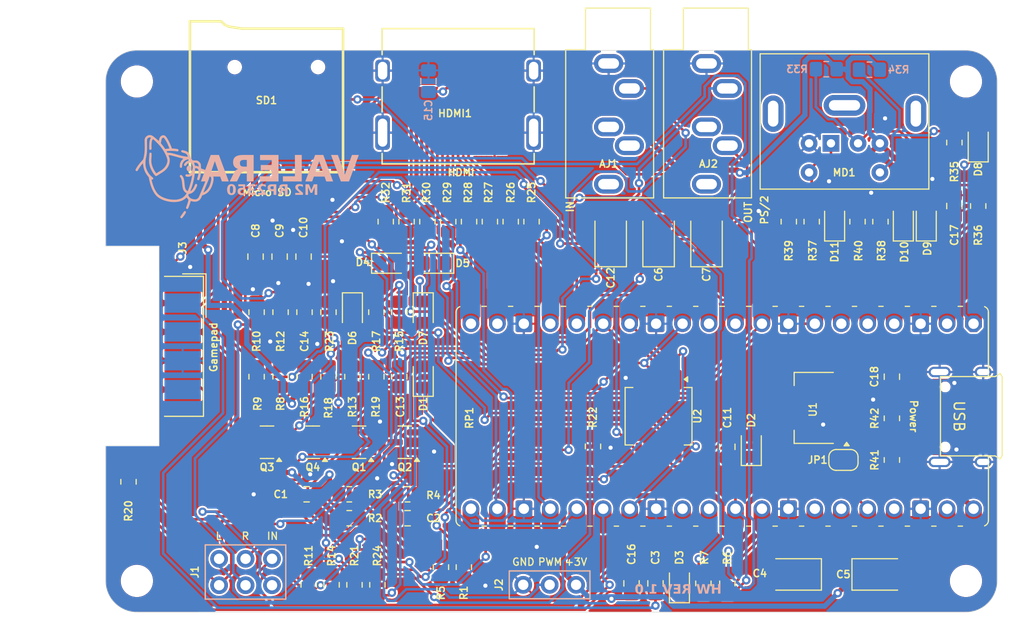
<source format=kicad_pcb>
(kicad_pcb (version 20240108) (generator "pcbnew") (generator_version "8.0")
  (title_block (title "Valera") (date "2025-01-08") (rev "1.0") (company "Mikhail Matveev") (comment 1 "https://github.com/xtremespb/valera"))
  (layers (0 "F.Cu" signal) (31 "B.Cu" signal) (34 "B.Paste" user) (35 "F.Paste" user) (36 "B.SilkS" user "B.Silkscreen") (37 "F.SilkS" user "F.Silkscreen") (38 "B.Mask" user) (39 "F.Mask" user) (44 "Edge.Cuts" user))
  (net 0 "")
  (net 1 "GND")
  (net 2 "+3V3")
  (net 3 "Net-(C2-Pad2)")
  (net 4 "/Tape Loader/LOAD_IN")
  (net 5 "/Gamepad/+5V")
  (net 6 "VBUS")
  (net 7 "Net-(Q3-C)")
  (net 8 "/Audio Out/R")
  (net 9 "/RIGHT_OUT")
  (net 10 "Net-(Q3-B)")
  (net 11 "Net-(D4-K)")
  (net 12 "Net-(U2-FLT)")
  (net 13 "/Audio Out/L")
  (net 14 "Net-(Q4-C)")
  (net 15 "/LEFT_OUT")
  (net 16 "Net-(Q4-B)")
  (net 17 "Net-(D6-K)")
  (net 18 "/HDMI/+5V")
  (net 19 "Net-(D1-K)")
  (net 20 "Net-(D1-A)")
  (net 21 "/JOY_PIN2")
  (net 22 "/JOY_PIN1")
  (net 23 "Net-(D4-A)")
  (net 24 "Net-(D5-K)")
  (net 25 "Net-(D6-A)")
  (net 26 "Net-(D7-K)")
  (net 27 "/MS_CLK_3V")
  (net 28 "/MS_DATA_3V")
  (net 29 "/KB_CLK_3V")
  (net 30 "/KB_DATA_3V")
  (net 31 "/AU_SCLK")
  (net 32 "/LOAD_IN")
  (net 33 "/LOAD_IN_D")
  (net 34 "/AU_LRCK")
  (net 35 "/PWM_EN")
  (net 36 "/Gamepad/J1_DATA")
  (net 37 "/Gamepad/J2_DATA")
  (net 38 "/JOY_PIN3")
  (net 39 "/JOY_PIN4")
  (net 40 "/SD_CLK")
  (net 41 "/SD_CS")
  (net 42 "/SD_MOSI")
  (net 43 "/SD_MISO")
  (net 44 "/PS2/PS{slash}2 CLK")
  (net 45 "/PS2/PS{slash}2 DATA")
  (net 46 "/3V3_EXT")
  (net 47 "Net-(Q1-B)")
  (net 48 "Net-(U2-A_RIGHT)")
  (net 49 "/AU_DATA")
  (net 50 "Net-(U2-A_LEFT)")
  (net 51 "/CLKN")
  (net 52 "/CLKP")
  (net 53 "/D0N")
  (net 54 "/D0P")
  (net 55 "/D1N")
  (net 56 "/D1P")
  (net 57 "/D2N")
  (net 58 "/D2P")
  (net 59 "/Pico2/RUN_1")
  (net 60 "/Pico2/GPIO23_1")
  (net 61 "/Pico2/GPIO28")
  (net 62 "/Pico2/GPIO8_1")
  (net 63 "/Pico2/GPIO29_1")
  (net 64 "/Pico2/5V_PICO_1")
  (net 70 "Net-(HDMI1-D1N)")
  (net 71 "Net-(HDMI1-D1P)")
  (net 73 "Net-(HDMI1-D0P)")
  (net 75 "Net-(HDMI1-D0N)")
  (net 77 "Net-(HDMI1-CLKP)")
  (net 78 "Net-(HDMI1-D2P)")
  (net 79 "Net-(HDMI1-CLKN)")
  (net 81 "Net-(HDMI1-D2N)")
  (net 86 "Net-(MD1-Pad2)")
  (net 87 "Net-(MD1-Pad6)")
  (net 91 "/Audio Out/+5VA")
  (net 92 "Net-(USB1-CC1)")
  (net 93 "Net-(USB1-CC2)")
  (net 94 "/Pico2/GPIO23")
  (net 95 "/Pico2/RUN")
  (net 96 "/Pico2/5V_PICO")
  (net 97 "/Pico2/GPIO29")
  (net 98 "/Pico2/GPIO28_1")
  (net 99 "/Pico2/GPIO8")
  (net 100 "/Power/D-")
  (net 101 "/Power/D+")
  (footprint "LIBS:R_0805" (layer "F.Cu") (at 207.9 86.8625 90)
    (property "Reference" "R7")
    (property "Value" "1K")
  )
  (footprint "LIBS:CT_3528" (layer "F.Cu") (at 199 53.8 90)
    (property "Reference" "C12")
    (property "Value" "10u")
  )
  (footprint "LIBS:R_0805" (layer "F.Cu") (at 226 75 90)
    (property "Reference" "R41")
    (property "Value" "5.1K")
  )
  (footprint "LIBS:Jack_3.5mm" (layer "F.Cu") (at 208.2 36.9)
    (property "Reference" "AJ2")
    (property "Value" "Audio OUT")
  )
  (footprint "LIBS:C_0805" (layer "F.Cu") (at 164.9 55.4625 90)
    (property "Reference" "C8")
    (property "Value" "1u")
  )
  (footprint "LIBS:R_0805" (layer "F.Cu") (at 234.288 50.6 -90)
    (property "Reference" "R36")
    (property "Value" "100R")
  )
  (footprint "LIBS:D_0805" (layer "F.Cu") (at 181 60.8 -90)
    (property "Reference" "D7")
    (property "Value" "4148")
  )
  (footprint "LIBS:MountingHole_2.7" (layer "F.Cu") (at 233.113 38.633)
    (property "Reference" "H4" (hide yes))
    (property "Value" "MountingHole")
  )
  (footprint "LIBS:R_0805" (layer "F.Cu") (at 183.4 52.1 -90)
    (property "Reference" "R29")
    (property "Value" "270R")
  )
  (footprint "LIBS:CT_3528" (layer "F.Cu") (at 208.2 53.8 90)
    (property "Reference" "C7")
    (property "Value" "10u")
  )
  (footprint "LIBS:R_0805" (layer "F.Cu") (at 182.7 85.3 -90)
    (property "Reference" "R5")
    (property "Value" "100R")
  )
  (footprint "LIBS:D_0805" (layer "F.Cu") (at 205.6 86.8625 90)
    (property "Reference" "D3")
    (property "Value" "3V3")
  )
  (footprint "LIBS:R_0805" (layer "F.Cu") (at 165 67 -90)
    (property "Reference" "R9")
    (property "Value" "100K*")
  )
  (footprint "LIBS:SO_4x4" (layer "F.Cu") (at 203.595 70.8 -90)
    (property "Reference" "U2")
    (property "Value" "TDA1387T")
  )
  (footprint "LIBS:C_0805" (layer "F.Cu") (at 201 86.8625 -90)
    (property "Reference" "C16")
    (property "Value" "100n")
  )
  (footprint "LIBS:C_0805" (layer "F.Cu") (at 226 67 90)
    (property "Reference" "C18")
    (property "Value" "10u")
  )
  (footprint "LIBS:Jack_3.5mm" (layer "F.Cu") (at 198.8 36.9)
    (property "Reference" "AJ1")
    (property "Value" "Audio IN")
  )
  (footprint "LIBS:R_0805" (layer "F.Cu") (at 232 44.5 -90)
    (property "Reference" "R35")
    (property "Value" "100R")
  )
  (footprint "LIBS:Connector_Mini-DIN_Female_6Pin_2rows" (layer "F.Cu") (at 220.15 44.573 180)
    (property "Reference" "MD1")
    (property "Value" "Mini-DIN-6")
  )
  (footprint "LIBS:R_0805" (layer "F.Cu") (at 189.4 52.1 -90)
    (property "Reference" "R26")
    (property "Value" "270R")
  )
  (footprint "LIBS:R_0805" (layer "F.Cu") (at 170 87 -90)
    (property "Reference" "R11")
    (property "Value" "51R")
  )
  (footprint "LIBS:R_0805" (layer "F.Cu") (at 173.9 80.6)
    (property "Reference" "R2")
    (property "Value" "1K")
  )
  (footprint "LIBS:R_0805" (layer "F.Cu") (at 176.5 67 -90)
    (property "Reference" "C13")
    (property "Value" "1u")
  )
  (footprint "LIBS:C_0805" (layer "F.Cu") (at 232 50.6 90)
    (property "Reference" "C17")
    (property "Value" "10u")
  )
  (footprint "LIBS:D_0805" (layer "F.Cu") (at 229.3 52.1 90)
    (property "Reference" "D9")
    (property "Value" "3V3")
  )
  (footprint "LIBS:R_0805" (layer "F.Cu") (at 152.7 77.1 -90)
    (property "Reference" "R20")
    (property "Value" "20K")
  )
  (footprint "LIBS:R_0805" (layer "F.Cu") (at 171.9 67 -90)
    (property "Reference" "R18")
    (property "Value" "1K")
  )
  (footprint "LIBS:D_0805" (layer "F.Cu") (at 182.075 56.1 180)
    (property "Reference" "D5")
    (property "Value" "4148")
  )
  (footprint "Connector_Dsub:DSUB-9_Male_EdgeMount_P2.77mm" (layer "F.Cu") (at 157.9 64.083 -90)
    (property "Reference" "J3")
    (property "Value" "JOY-1")
  )
  (footprint "LIBS:R_0805" (layer "F.Cu") (at 176.5 60.8 -90)
    (property "Reference" "R17")
    (property "Value" "200R")
  )
  (footprint "LIBS:S_Jumper" (layer "F.Cu") (at 221.35 75)
    (property "Reference" "JP1")
    (property "Value" "Enable 3V3")
  )
  (footprint "LIBS:CT_3528" (layer "F.Cu") (at 224.8 86)
    (property "Reference" "C5")
    (property "Value" "10u")
  )
  (footprint "LIBS:R_0805" (layer "F.Cu") (at 181.4 52.1 -90)
    (property "Reference" "R30")
    (property "Value" "270R")
  )
  (footprint "LIBS:R_0805" (layer "F.Cu") (at 216.1 52.1 -90)
    (property "Reference" "R39")
    (property "Value" "100R")
  )
  (footprint "LIBS:SOT-223-3_TabPin2" (layer "F.Cu") (at 218.525 70 180)
    (property "Reference" "U1")
    (property "Value" "AMS1117-3.3")
  )
  (footprint "LIBS:R_0805" (layer "F.Cu") (at 224.9 52.1 90)
    (property "Reference" "R38")
    (property "Value" "100R")
  )
  (footprint "LIBS:R_0805" (layer "F.Cu") (at 226 71 90)
    (property "Reference" "R42")
    (property "Value" "5.1K")
  )
  (footprint "LIBS:R_0805" (layer "F.Cu") (at 173.9 78.3 180)
    (property "Reference" "R3")
    (property "Value" "10K")
  )
  (footprint "LIBS:GCT-MEM2055-00-190-01-A" (layer "F.Cu") (at 165.95 48.55)
    (property "Reference" "SD1")
    (property "Value" "Micro_SD_Card")
  )
  (footprint "LIBS:Q_SOT-23" (layer "F.Cu") (at 179.2375 73.3 180)
    (property "Reference" "Q2")
    (property "Value" "BC850")
  )
  (footprint "LIBS:R_0805" (layer "F.Cu") (at 191.4 52.1 -90)
    (property "Reference" "R25")
    (property "Value" "270R")
  )
  (footprint "LIBS:R_0805" (layer "F.Cu") (at 179.4 52.1 -90)
    (property "Reference" "R31")
    (property "Value" "270R")
  )
  (footprint "LIBS:Raspberry_Pi_Pico_SMT_THT_MOD_2" (layer "F.Cu") (at 233.84 61.91 -90)
    (property "Reference" "RP1")
    (property "Value" "Pico 2")
  )
  (footprint "LIBS:D_0805" (layer "F.Cu") (at 177.9 56.1)
    (property "Reference" "D4")
    (property "Value" "4148")
  )
  (footprint "LIBS:R_0805" (layer "F.Cu") (at 210.2 86.8625 90)
    (property "Reference" "R6")
    (property "Value" "1K")
  )
  (footprint "LIBS:R_0805" (layer "F.Cu") (at 197.3 73.7 90)
    (property "Reference" "R22")
    (property "Value" "1K")
  )
  (footprint "LIBS:R_0805" (layer "F.Cu") (at 178.7 60.8 -90)
    (property "Reference" "R15")
    (property "Value" "200R")
  )
  (footprint "LIBS:R_0805" (layer "F.Cu") (at 187.4 52.1 -90)
    (property "Reference" "R27")
    (property "Value" "270R")
  )
  (footprint "LIBS:D_0805" (layer "F.Cu") (at 181 67.025 90)
    (property "Reference" "D1")
    (property "Value" "4148")
  )
  (footprint "LIBS:R_0805" (layer "F.Cu") (at 178.7 67 90)
    (property "Reference" "R19")
    (property "Value" "100K*")
  )
  (footprint "LIBS:R_0805" (layer "F.Cu") (at 174.4 87 90)
    (property "Reference" "R21")
    (property "Value" "51R")
  )
  (footprint "LIBS:R_0805" (layer "F.Cu") (at 218.3 52.1 90)
    (property "Reference" "R37")
    (property "Value" "1K")
  )
  (footprint "LIBS:C_0805" (layer "F.Cu") (at 179.5 80.6 180)
    (property "Reference" "C2")
    (property "Value" "100n")
  )
  (footprint "LIBS:D_0805" (layer "F.Cu") (at 174.2 60.8 -90)
    (property "Reference" "D6")
    (property "Value" "4148")
  )
  (footprint "LIBS:R_0805" (layer "F.Cu") (at 185.4 52.1 -90)
    (property "Reference" "R28")
    (property "Value" "270R")
  )
  (footprint "LIBS:R_0805" (layer "F.Cu") (at 165 60.8 -90)
    (property "Reference" "R10")
    (property "Value" "20K")
  )
  (footprint "LIBS:R_0805" (layer "F.Cu") (at 177.4 52.1 -90)
    (property "Reference" "R32")
    (property "Value" "270R")
  )
  (footprint "LIBS:HDMI" (layer "F.Cu") (at 184.35 43.55 180)
    (property "Reference" "HDMI1")
    (property "Value" "HDMI")
  )
  (footprint "LIBS:CT_3528" (layer "F.Cu") (at 216.6 86 180)
    (property "Reference" "C4")
    (property "Value" "10u")
  )
  (footprint "LIBS:C_0805" (layer "F.Cu") (at 210.2 73.7375 -90)
    (property "Reference" "C11")
    (property "Value" "1u")
  )
  (footprint "LIBS:R_0805" (layer "F.Cu") (at 169.6 60.8 -90)
    (property "Reference" "C14")
    (property "Value" "100n")
  )
  (footprint "LIBS:C_0805" (layer "F.Cu") (at 169.8 78.3 180)
    (property "Reference" "C1")
    (property "Value" "100n")
  )
  (footprint "LIBS:CT_3528" (layer "F.Cu") (at 203.6 53.8 90)
    (property "Reference" "C6")
    (property "Value" "10u")
  )
  (footprint "LIBS:PinHeader_1x03" (layer "F.Cu") (at 190.6 87 90)
    (property "Reference" "J2")
    (property "Value" "PWM Jumper")
  )
  (footprint "LIBS:D_0805" (layer "F.Cu") (at 227.1 52.1 90)
    (property "Reference" "D10")
    (property "Value" "3V3")
  )
  (footprint "LIBS:D_0805" (layer "F.Cu") (at 212.5 73.675 90)
    (property "Reference" "D2")
    (property "Value" "3V3")
  )
  (footprint "LIBS:MountingHole_2.7" (layer "F.Cu") (at 153.505 86.625)
    (property "Reference" "H2" (hide yes))
    (property "Value" "MountingHole")
  )
  (footprint "LIBS:R_0805" (layer "F.Cu") (at 184.9 85.3 90)
    (property "Reference" "R1")
    (property "Value" "10K")
  )
  (footprint "LIBS:C_0805" (layer "F.Cu") (at 169.51 55.4625 90)
    (property "Reference" "C10")
    (property "Value" "100n")
  )
  (footprint "LIBS:C_0805" (layer "F.Cu") (at 167.21 55.4625 90)
    (property "Reference" "C9")
    (property "Value" "100n")
  )
  (footprint "LIBS:PinHeader_2x03" (layer "F.Cu") (at 161.4 87.04 90)
    (property "Reference" "J1")
    (property "Value" "Audio Jumpers")
  )
  (footprint "LIBS:D_0805" (layer "F.Cu") (at 220.5 52.1 90)
    (property "Reference" "D11")
    (property "Value" "3V3")
  )
  (footprint "LIBS:Q_SOT-23" (layer "F.Cu") (at 170.4 73.3 180)
    (property "Reference" "Q4")
    (property "Value" "BC850")
  )
  (footprint "LIBS:R_0805" (layer "F.Cu") (at 172.2 87 -90)
    (property "Reference" "R14")
    (property "Value" "200R")
  )
  (footprint "LIBS:MountingHole_2.7" (layer "F.Cu") (at 153.505 38.633)
    (property "Reference" "H1" (hide yes))
    (property "Value" "MountingHole")
  )
  (footprint "LIBS:Q_SOT-23" (layer "F.Cu") (at 174.8375 73.3 180)
    (property "Reference" "Q1")
    (property "Value" "BC850")
  )
  (footprint "LIBS:R_0805" (layer "F.Cu") (at 167.3 67 -90)
    (property "Reference" "R8")
    (property "Value" "1K")
  )
  (footprint "LIBS:R_0805" (layer "F.Cu") (at 176.6 87 90)
    (property "Reference" "R24")
    (property "Value" "200R")
  )
  (footprint "LIBS:R_0805" (layer "F.Cu") (at 222.7 52.1 90)
    (property "Reference" "R40")
    (property "Value" "1k")
  )
  (footprint "LIBS:R_0805" (layer "F.Cu") (at 174.2 67 -90)
    (property "Reference" "R13")
    (property "Value" "100R")
  )
  (footprint "LIBS:R_0805" (layer "F.Cu") (at 171.9 60.8 90)
    (property "Reference" "R23")
    (property "Value" "100")
  )
  (footprint "LIBS:R_0805" (layer "F.Cu") (at 167.3 60.8 -90)
    (property "Reference" "R12")
    (property "Value" "1K")
  )
  (footprint "LIBS:USB-TYPE-C-31-M-12_lib2" (layer "F.Cu") (at 237.364 70.871 90)
    (property "Reference" "USB1")
    (property "Value" "USB Type C")
  )
  (footprint "LIBS:R_0805" (layer "F.Cu") (at 169.6 67 -90)
    (property "Reference" "R16")
    (property "Value" "10R")
  )
  (footprint "LIBS:C_0805" (layer "F.Cu") (at 203.3 86.8625 90)
    (property "Reference" "C3")
    (property "Value" "0.1u")
  )
  (footprint "LIBS:R_0805" (layer "F.Cu") (at 179.5 78.3)
    (property "Reference" "R4")
    (property "Value" "10K")
  )
  (footprint "LIBS:Q_SOT-23" (layer "F.Cu") (at 166 73.3 180)
    (property "Reference" "Q3")
    (property "Value" "BC850")
  )
  (footprint "LIBS:MountingHole_2.7" (layer "F.Cu") (at 233.113 86.625)
    (property "Reference" "H3" (hide yes))
    (property "Value" "MountingHole")
  )
  (footprint "LIBS:D_0805" (layer "F.Cu") (at 234.288 44.5 90)
    (property "Reference" "D8")
    (property "Value" "3V3")
  )
  (footprint "LIBS:R_0805" (layer "B.Cu") (at 223.85 37.5 180)
    (property "Reference" "R34")
    (property "Value" "1K")
  )
  (footprint "LIBS:C_0805" (layer "B.Cu") (at 181.5 38.6 90)
    (property "Reference" "C15")
    (property "Value" "100n")
  )
  (footprint "LIBS:valera" (layer "B.Cu") (at 157.126 47.77645 180)
    (property "Reference" "G***" (hide yes))
    (property "Value" "LOGO" (hide yes))
  )
  (footprint "LIBS:R_0805" (layer "B.Cu") (at 219.7 37.45 180)
    (property "Reference" "R33")
    (property "Value" "1K")
  )
  (gr_arc (start 233.108 35.641) (mid 235.22932 36.51968) (end 236.108 38.641) (stroke (width 0.05)) (layer "Edge.Cuts"))
  (gr_line (start 153.508 35.641) (end 233.108 35.641) (stroke (width 0.05)) (layer "Edge.Cuts"))
  (gr_line (start 155.64 54.449998) (end 150.508 54.449998) (stroke (width 0.05)) (layer "Edge.Cuts"))
  (gr_line (start 155.64 73.650001) (end 150.508 73.649998) (stroke (width 0.05)) (layer "Edge.Cuts"))
  (gr_arc (start 153.508 89.621) (mid 151.38668 88.74232) (end 150.508 86.621) (stroke (width 0.05)) (layer "Edge.Cuts"))
  (gr_line (start 155.64 54.449998) (end 155.64 73.650001) (stroke (width 0.05)) (layer "Edge.Cuts"))
  (gr_line (start 153.508 89.621) (end 233.108 89.621) (stroke (width 0.05)) (layer "Edge.Cuts"))
  (gr_arc (start 236.108 86.621) (mid 235.22932 88.74232) (end 233.108 89.621) (stroke (width 0.05)) (layer "Edge.Cuts"))
  (gr_line (start 236.108 38.641) (end 236.108 86.621) (stroke (width 0.05)) (layer "Edge.Cuts"))
  (gr_arc (start 150.508 38.641) (mid 151.38668 36.51968) (end 153.508 35.641) (stroke (width 0.05)) (layer "Edge.Cuts"))
  (gr_line (start 150.508 73.649998) (end 150.508 86.621) (stroke (width 0.05)) (layer "Edge.Cuts"))
  (gr_line (start 150.508 38.641) (end 150.508 54.449998) (stroke (width 0.05)) (layer "Edge.Cuts"))
  (gr_text "VALERA" (at 174.835 48.665 0) (layer "B.SilkS") (effects (font (size 2.5 2.5) (thickness 0.5) (bold yes)) (justify left bottom mirror)))
  (gr_text "HW REV 1.0" (at 205.476 88.002 0) (layer "B.SilkS") (effects (font (size 0.9 0.9) (thickness 0.225) (bold yes)) (justify bottom mirror)))
  (gr_text "M2 RP2350" (at 162.1 49.7 0) (layer "B.SilkS") (effects (font (size 1 1) (thickness 0.25) (bold yes)) (justify right bottom mirror)))
  (gr_text "Gamepad" (at 160.872 64.169 90) (layer "F.SilkS") (effects (font (size 0.7 0.7) (thickness 0.14) (bold yes))))
  (gr_text "Micro SD" (at 166.009 49.278 0) (layer "F.SilkS") (effects (font (size 0.7 0.7) (thickness 0.14) (bold yes))))
  (gr_text "HDMI" (at 184.633 47.371 0) (layer "F.SilkS") (effects (font (size 0.7 0.7) (thickness 0.14) (bold yes))))
  (gr_text "+3V" (at 195.667 84.803 0) (layer "F.SilkS") (effects (font (size 0.7 0.7) (thickness 0.12) (bold yes))))
  (gr_text "PWM" (at 193.184 84.803 0) (layer "F.SilkS") (effects (font (size 0.7 0.7) (thickness 0.12) (bold yes))))
  (gr_text "OUT" (at 212.2 51.2 90) (layer "F.SilkS") (effects (font (size 0.7 0.7) (thickness 0.14) (bold yes))))
  (gr_text "IN" (at 166.529 82.316 0) (layer "F.SilkS") (effects (font (size 0.7 0.7) (thickness 0.12) (bold yes))))
  (gr_text "PS/2" (at 213.764 49.502 90) (layer "F.SilkS") (effects (font (size 0.7 0.7) (thickness 0.14) (bold yes)) (justify right)))
  (gr_text "Power" (at 228.1 70.8 -90) (layer "F.SilkS") (effects (font (size 0.7 0.7) (thickness 0.14) (bold yes))))
  (gr_text "L" (at 161.362 82.316 0) (layer "F.SilkS") (effects (font (size 0.7 0.7) (thickness 0.12) (bold yes))))
  (gr_text "IN" (at 195.1 50.662 90) (layer "F.SilkS") (effects (font (size 0.7 0.7) (thickness 0.14) (bold yes))))
  (gr_text "GND" (at 190.614 84.803 0) (layer "F.SilkS") (effects (font (size 0.7 0.7) (thickness 0.12) (bold yes))))
  (gr_text "R" (at 163.927 82.316 0) (layer "F.SilkS") (effects (font (size 0.7 0.7) (thickness 0.12) (bold yes))))
  (segment (start 231.8 67.4) (end 232 67.6) (width 0.254) (layer "F.Cu") (net 1))
  (segment (start 229.986 67.329) (end 231.729 67.329) (width 0.254) (layer "F.Cu") (net 1))
  (segment (start 229.669 74.096) (end 229.986 74.413) (width 0.254) (layer "F.Cu") (net 1))
  (segment (start 231.729 67.329) (end 231.8 67.4) (width 0.254) (layer "F.Cu") (net 1))
  (segment (start 231.787 74.413) (end 232.2 74) (width 0.254) (layer "F.Cu") (net 1))
  (segment (start 229.669 67.646) (end 229.986 67.329) (width 0.254) (layer "F.Cu") (net 1))
  (segment (start 229.986 74.413) (end 231.787 74.413) (width 0.254) (layer "F.Cu") (net 1))
  (via (at 158.623 56.456) (size 0.8) (drill 0.4) (layers "F.Cu" "B.Cu") (net 1))
  (via (at 176.847 71.313) (size 0.8) (drill 0.4) (layers "F.Cu" "B.Cu") (net 1))
  (via (at 225.345 42.175) (size 0.8) (drill 0.4) (layers "F.Cu" "B.Cu") (net 1))
  (via (at 232 67.6) (size 0.8) (drill 0.4) (layers "F.Cu" "B.Cu") (net 1))
  (via (at 172.343 57.822) (size 0.8) (drill 0.4) (layers "F.Cu" "B.Cu") (net 1))
  (via (at 166.533 51.996) (size 0.8) (drill 0.4) (layers "F.Cu" "B.Cu") (net 1))
  (via (at 213.21 51.078) (size 0.8) (drill 0.4) (layers "F.Cu" "B.Cu") (net 1))
  (via (at 219.4 71.6) (size 0.8) (drill 0.4) (layers "F.Cu" "B.Cu") (net 1))
  (via (at 170.146 76.379) (size 0.8) (drill 0.4) (layers "F.Cu" "B.Cu") (net 1))
  (via (at 224.011 49.321) (size 0.8) (drill 0.4) (layers "F.Cu" "B.Cu") (net 1))
  (via (at 200.44 67.112) (size 0.8) (drill 0.4) (layers "F.Cu" "B.Cu") (net 1))
  (via (at 172.283546 50.006) (size 0.8) (drill 0.4) (layers "F.Cu" "B.Cu") (net 1))
  (via (at 191.899 83.352) (size 0.8) (drill 0.4) (layers "F.Cu" "B.Cu") (net 1))
  (via (at 170.827 63.854) (size 0.8) (drill 0.4) (layers "F.Cu" "B.Cu") (net 1))
  (via (at 176.576 76.762) (size 0.8) (drill 0.4) (layers "F.Cu" "B.Cu") (net 1))
  (via (at 166.309 63.62) (size 0.8) (drill 0.4) (layers "F.Cu" "B.Cu") (net 1))
  (via (at 164.72 78.304) (size 0.8) (drill 0.4) (layers "F.Cu" "B.Cu") (net 1))
  (via (at 167.087 58) (size 0.8) (drill 0.4) (layers "F.Cu" "B.Cu") (net 1))
  (via (at 168.509 52.899) (size 0.8) (drill 0.4) (layers "F.Cu" "B.Cu") (net 1))
  (via (at 173.192 53.989) (size 0.8) (drill 0.4) (layers "F.Cu" "B.Cu") (net 1))
  (via (at 178.005 75.403) (size 0.8) (drill 0.4) (layers "F.Cu" "B.Cu") (net 1))
  (via (at 224.2 69.2) (size 0.8) (drill 0.4) (layers "F.Cu" "B.Cu") (net 1))
  (via (at 169.99 58.082) (size 0.8) (drill 0.4) (layers "F.Cu" "B.Cu") (net 1))
  (via (at 182.041 74.196) (size 0.8) (drill 0.4) (layers "F.Cu" "B.Cu") (net 1))
  (via (at 186.968 87.083) (size 0.8) (drill 0.4) (layers "F.Cu" "B.Cu") (net 1))
  (via (at 232.2 74) (size 0.8) (drill 0.4) (layers "F.Cu" "B.Cu") (net 1))
  (via (at 229.886 47.999) (size 0.8) (drill 0.4) (layers "F.Cu" "B.Cu") (net 1))
  (via (at 164.6426 58.6) (size 0.8) (drill 0.4) (layers "F.Cu" "B.Cu") (net 1))
  (via (at 219.965 48.222) (size 0.8) (drill 0.4) (layers "F.Cu" "B.Cu") (net 1))
  (via (at 198.991 73.825) (size 0.8) (drill 0.4) (layers "F.Cu" "B.Cu") (net 1))
  (segment (start 216.402233 75) (end 220.7 75) (width 0.5) (layer "F.Cu") (net 2))
  (segment (start 167 47.75) (end 167 46.8) (width 0.5) (layer "F.Cu") (net 2))
  (segment (start 163.102 64.915172) (end 163.102 73.702) (width 0.5) (layer "F.Cu") (net 2))
  (segment (start 210.422233 82.54) (end 209.69 81.807767) (width 0.5) (layer "F.Cu") (net 2))
  (segment (start 172 77.1375) (end 170.8375 78.3) (width 0.5) (layer "F.Cu") (net 2))
  (segment (start 200.558 88.342) (end 201 87.9) (width 0.254) (layer "F.Cu") (net 2))
  (segment (start 186.202082 86.3) (end 184.9 86.3) (width 0.5) (layer "F.Cu") (net 2))
  (segment (start 162.9 46.5) (end 162.9 49) (width 0.5) (layer "F.Cu") (net 2))
  (segment (start 195.68 87) (end 193.164 84.484) (width 0.5) (layer "F.Cu") (net 2))
  (segment (start 209.69 81.807767) (end 209.69 79.172233) (width 0.5) (layer "F.Cu") (net 2))
  (segment (start 220.375 75) (end 220.7 75) (width 0.5) (layer "F.Cu") (net 2))
  (segment (start 211.497767 82.54) (end 210.422233 82.54) (width 0.5) (layer "F.Cu") (net 2))
  (segment (start 163.102 73.702) (end 165.6 76.2) (width 0.5) (layer "F.Cu") (net 2))
  (segment (start 184.9 86.3) (end 183.9 85.3) (width 0.4) (layer "F.Cu") (net 2))
  (segment (start 209.69 79.172233) (end 208.957767 78.44) (width 0.5) (layer "F.Cu") (net 2))
  (segment (start 166.7 46.5) (end 162.9 46.5) (width 0.5) (layer "F.Cu") (net 2))
  (segment (start 165.6 76.2) (end 168.4 76.2) (width 0.5) (layer "F.Cu") (net 2))
  (segment (start 208.957767 78.44) (end 195.222233 78.44) (width 0.5) (layer "F.Cu") (net 2))
  (segment (start 199.076 88.342) (end 200.558 88.342) (width 0.254) (layer "F.Cu") (net 2))
  (segment (start 222.6 86) (end 220.8 87.8) (width 0.5) (layer "F.Cu") (net 2))
  (segment (start 170.8375 78.5375) (end 172.9 80.6) (width 0.5) (layer "F.Cu") (net 2))
  (segment (start 162.9 49) (end 161.9002 49.9998) (width 0.5) (layer "F.Cu") (net 2))
  (segment (start 215.375 70) (end 220.375 75) (width 0.5) (layer "F.Cu") (net 2))
  (segment (start 181.072834 84.399) (end 180.425166 84.399) (width 0.4) (layer "F.Cu") (net 2))
  (segment (start 221.675 70) (end 215.375 70) (width 0.5) (layer "F.Cu") (net 2))
  (segment (start 170.8375 78.3) (end 170.8375 78.5375) (width 0.5) (layer "F.Cu") (net 2))
  (segment (start 174 79.5) (end 172.9 80.6) (width 0.4) (layer "F.Cu") (net 2))
  (segment (start 181.973834 85.3) (end 181.072834 84.399) (width 0.4) (layer "F.Cu") (net 2))
  (segment (start 175.526166 79.5) (end 174 79.5) (width 0.4) (layer "F.Cu") (net 2))
  (segment (start 212.23 81.807767) (end 211.497767 82.54) (width 0.5) (layer "F.Cu") (net 2))
  (segment (start 188.018082 84.484) (end 186.202082 86.3) (width 0.5) (layer "F.Cu") (net 2))
  (segment (start 180.425166 84.399) (end 175.526166 79.5) (width 0.4) (layer "F.Cu") (net 2))
  (segment (start 194.45 85.77) (end 195.68 87) (width 0.5) (layer "F.Cu") (net 2))
  (segment (start 161.9002 63.713372) (end 163.102 64.915172) (width 0.5) (layer "F.Cu") (net 2))
  (segment (start 195.222233 78.44) (end 194.45 79.212233) (width 0.5) (layer "F.Cu") (net 2))
  (segment (start 212.23 79.172233) (end 216.402233 75) (width 0.5) (layer "F.Cu") (net 2))
  (segment (start 193.164 84.484) (end 188.018082 84.484) (width 0.5) (layer "F.Cu") (net 2))
  (segment (start 212.23 79.172233) (end 212.23 81.807767) (width 0.5) (layer "F.Cu") (net 2))
  (segment (start 161.9002 49.9998) (end 161.9002 63.713372) (width 0.5) (layer "F.Cu") (net 2))
  (segment (start 167 46.8) (end 166.7 46.5) (width 0.5) (layer "F.Cu") (net 2))
  (segment (start 194.45 79.212233) (end 194.45 85.77) (width 0.5) (layer "F.Cu") (net 2))
  (segment (start 183.9 85.3) (end 181.973834 85.3) (width 0.4) (layer "F.Cu") (net 2))
  (segment (start 172 76.4) (end 172 77.1375) (width 0.5) (layer "F.Cu") (net 2))
  (segment (start 223.175 86) (end 222.6 86) (width 0.5) (layer "F.Cu") (net 2))
  (via (at 220.8 87.8) (size 0.8) (drill 0.4) (layers "F.Cu" "B.Cu") (net 2))
  (via (at 168.4 76.2) (size 0.8) (drill 0.4) (layers "F.Cu" "B.Cu") (net 2))
  (via (at 172 76.4) (size 0.8) (drill 0.4) (layers "F.Cu" "B.Cu") (net 2))
  (via (at 199.076 88.342) (size 0.8) (drill 0.4) (layers "F.Cu" "B.Cu") (net 2))
  (segment (start 171.022 77.378) (end 172 76.4) (width 0.5) (layer "B.Cu") (net 2))
  (segment (start 169.578 77.378) (end 171.022 77.378) (width 0.5) (layer "B.Cu") (net 2))
  (segment (start 195.68 87) (end 197.022 88.342) (width 0.254) (layer "B.Cu") (net 2))
  (segment (start 168.4 76.2) (end 169.578 77.378) (width 0.5) (layer "B.Cu") (net 2))
  (segment (start 196.83 88.15) (end 195.68 87) (width 0.5) (layer "B.Cu") (net 2))
  (segment (start 205.05 89.05) (end 204.15 88.15) (width 0.5) (layer "B.Cu") (net 2))
  (segment (start 204.15 88.15) (end 196.83 88.15) (width 0.5) (layer "B.Cu") (net 2))
  (segment (start 220.8 87.8) (end 219.55 89.05) (width 0.5) (layer "B.Cu") (net 2))
  (segment (start 197.022 88.342) (end 199.076 88.342) (width 0.254) (layer "B.Cu") (net 2))
  (segment (start 219.55 89.05) (end 205.05 89.05) (width 0.5) (layer "B.Cu") (net 2))
  (segment (start 178.5 80.5625) (end 178.5 78.3) (width 0.25) (layer "F.Cu") (net 3))
  (segment (start 178.4625 80.6) (end 178.5 80.5625) (width 0.25) (layer "F.Cu") (net 3))
  (segment (start 200.8 39.3) (end 202.5267 39.3) (width 0.25) (layer "F.Cu") (net 4))
  (segment (start 182.7 82.7625) (end 182.7 84.3) (width 0.25) (layer "F.Cu") (net 4))
  (segment (start 202.5267 39.892) (end 206.1974 43.5627) (width 0.25) (layer "F.Cu") (net 4))
  (segment (start 202.5267 39.3) (end 202.5267 39.892) (width 0.25) (layer "F.Cu") (net 4))
  (segment (start 188.6141 74.033) (end 194.9561 74.033) (width 0.25) (layer "F.Cu") (net 4))
  (segment (start 182.8601 79.787) (end 188.6141 74.033) (width 0.25) (layer "F.Cu") (net 4))
  (segment (start 180.5375 80.6) (end 182.7 82.7625) (width 0.25) (layer "F.Cu") (net 4))
  (segment (start 181.3505 79.787) (end 182.8601 79.787) (width 0.25) (layer "F.Cu") (net 4))
  (segment (start 180.5375 80.6) (end 181.3505 79.787) (width 0.25) (layer "F.Cu") (net 4))
  (via (at 194.9561 74.033) (size 0.8) (drill 0.4) (layers "F.Cu" "B.Cu") (net 4))
  (via (at 206.1974 43.5627) (size 0.8) (drill 0.4) (layers "F.Cu" "B.Cu") (net 4))
  (segment (start 206.1974 44.638996) (end 206.1974 43.5627) (width 0.25) (layer "B.Cu") (net 4))
  (segment (start 200.502 48.997885) (end 200.704115 49.2) (width 0.254) (layer "B.Cu") (net 4))
  (segment (start 195.298 49.509222) (end 197.509222 47.298) (width 0.254) (layer "B.Cu") (net 4))
  (segment (start 194.9561 67.6092) (end 196.9375 65.6278) (width 0.25) (layer "B.Cu") (net 4))
  (segment (start 194.9561 74.033) (end 194.9561 67.6092) (width 0.25) (layer "B.Cu") (net 4))
  (segment (start 197.509222 47.298) (end 199.797885 47.298) (width 0.254) (layer "B.Cu") (net 4))
  (segment (start 206.1974 44.915078) (end 206.1974 44.638996) (width 0.254) (layer "B.Cu") (net 4))
  (segment (start 199.4267 58.2233) (end 195.298 54.0946) (width 0.254) (layer "B.Cu") (net 4))
  (segment (start 200.502 48.002115) (end 200.502 48.997885) (width 0.254) (layer "B.Cu") (net 4))
  (segment (start 196.9375 65.6278) (end 196.9375 60.7125) (width 0.25) (layer "B.Cu") (net 4))
  (segment (start 195.298 54.0946) (end 195.298 49.509222) (width 0.254) (layer "B.Cu") (net 4))
  (segment (start 200.704115 49.2) (end 201.912478 49.2) (width 0.254) (layer "B.Cu") (net 4))
  (segment (start 201.912478 49.2) (end 206.1974 44.915078) (width 0.254) (layer "B.Cu") (net 4))
  (segment (start 196.9375 60.7125) (end 199.4267 58.2233) (width 0.25) (layer "B.Cu") (net 4))
  (segment (start 199.797885 47.298) (end 200.502 48.002115) (width 0.254) (layer "B.Cu") (net 4))
  (segment (start 203.3 89) (end 203.3 87.9) (width 0.25) (layer "F.Cu") (net 5))
  (via (at 203.3 89) (size 0.8) (drill 0.4) (layers "F.Cu" "B.Cu") (net 5))
  (segment (start 203.1 89.2) (end 203.3 89) (width 0.25) (layer "B.Cu") (net 5))
  (segment (start 161.244004 89.2) (end 203.1 89.2) (width 0.25) (layer "B.Cu") (net 5))
  (segment (start 161.773 63.257667) (end 161.773 70.506) (width 0.25) (layer "B.Cu") (net 5))
  (segment (start 156.0315 83.987496) (end 161.244004 89.2) (width 0.25) (layer "B.Cu") (net 5))
  (segment (start 161.773 70.506) (end 156.0315 76.2475) (width 0.25) (layer "B.Cu") (net 5))
  (segment (start 158.0965 59.928) (end 158.443333 59.928) (width 0.25) (layer "B.Cu") (net 5))
  (segment (start 158.443333 59.928) (end 161.773 63.257667) (width 0.25) (layer "B.Cu") (net 5))
  (segment (start 156.0315 76.2475) (end 156.0315 83.987496) (width 0.25) (layer "B.Cu") (net 5))
  (segment (start 160.35 54.8) (end 160.35 54.95) (width 0.5) (layer "F.Cu") (net 6))
  (segment (start 218.3 53.1) (end 217.3 52.1) (width 0.4) (layer "F.Cu") (net 6))
  (segment (start 222.337438 53.1) (end 222.7 53.1) (width 0.4) (layer "F.Cu") (net 6))
  (segment (start 168.4 69.2) (end 169.6 68) (width 0.5) (layer "F.Cu") (net 6))
  (segment (start 222.0125 68.0375) (end 221.675 67.7) (width 0.5) (layer "F.Cu") (net 6))
  (segment (start 211.4 47.4) (end 211.15 47.15) (width 0.5) (layer "F.Cu") (net 6))
  (segment (start 225.262233 78) (end 232.15 78) (width 0.5) (layer "F.Cu") (net 6))
  (segment (start 235.5 62.348) (end 235.5 61.961202) (width 0.5) (layer "F.Cu") (net 6))
  (segment (start 232.306 68.706) (end 233.2 69.6) (width 0.4) (layer "F.Cu") (net 6))
  (segment (start 159.517 49.133) (end 159.517 53.967) (width 0.5) (layer "F.Cu") (net 6))
  (segment (start 230.813695 73.036) (end 230.528695 73.321) (width 0.4) (layer "F.Cu") (net 6))
  (segment (start 223.125 69.15) (end 223.125 75.862767) (width 0.5) (layer "F.Cu") (net 6))
  (segment (start 159.517 53.967) (end 160.35 54.8) (width 0.5) (layer "F.Cu") (net 6))
  (segment (start 226.204969 63.170031) (end 234.677969 63.170031) (width 0.5) (layer "F.Cu") (net 6))
  (segment (start 229.669 68.421) (end 226.3835 68.421) (width 0.5) (layer "F.Cu") (net 6))
  (segment (start 211.15 47.15) (end 205.559188 47.15) (width 0.5) (layer "F.Cu") (net 6))
  (segment (start 221.387438 52.15) (end 222.337438 53.1) (width 0.4) (layer "F.Cu") (net 6))
  (segment (start 214.4 46.455233) (end 214.4 52) (width 0.5) (layer "F.Cu") (net 6))
  (segment (start 226.3835 68.421) (end 226 68.0375) (width 0.5) (layer "F.Cu") (net 6))
  (segment (start 170.905497 35.901) (end 160.35 46.456497) (width 0.5) (layer "F.Cu") (net 6))
  (segment (start 219.85 83) (end 220.31 82.54) (width 0.5) (layer "F.Cu") (net 6))
  (segment (start 219.25 52.15) (end 221.387438 52.15) (width 0.4) (layer "F.Cu") (net 6))
  (segment (start 235.5 51.085834) (end 235.5 61.961202) (width 0.4) (layer "F.Cu") (net 6))
  (segment (start 230.813695 68.706) (end 232.306 68.706) (width 0.4) (layer "F.Cu") (net 6))
  (segment (start 223.125 75.862767) (end 225.262233 78) (width 0.5) (layer "F.Cu") (net 6))
  (segment (start 205.559188 47.15) (end 194.310188 35.901) (width 0.5) (layer "F.Cu") (net 6))
  (segment (start 232.59 82.54) (end 233.84 81.29) (width 0.5) (layer "F.Cu") (net 6))
  (segment (start 232.364 73.036) (end 230.813695 73.036) (width 0.4) (layer "F.Cu") (net 6))
  (segment (start 221.675 67.7) (end 223.125 69.15) (width 0.5) (layer "F.Cu") (net 6))
  (segment (start 223.6 45.823) (end 221.4 45.823) (width 0.5) (layer "F.Cu") (net 6))
  (segment (start 224.85 44.573) (end 223.6 45.823) (width 0.5) (layer "F.Cu") (net 6))
  (segment (start 233.2 69.6) (end 233.2 72.2) (width 0.4) (layer "F.Cu") (net 6))
  (segment (start 232 51.6375) (end 233.0375 50.6) (width 0.4) (layer "F.Cu") (net 6))
  (segment (start 220.31 82.54) (end 232.59 82.54) (width 0.5) (layer "F.Cu") (net 6))
  (segment (start 230.528695 73.321) (end 229.669 73.321) (width 0.4) (layer "F.Cu") (net 6))
  (segment (start 232.15 78) (end 233.84 79.69) (width 0.5) (layer "F.Cu") (net 6))
  (segment (start 217.532233 43.323) (end 214.4 46.455233) (width 0.5) (layer "F.Cu") (net 6))
  (segment (start 221.4 45.823) (end 221.4 43.323) (width 0.5) (layer "F.Cu") (net 6))
  (segment (start 233.2 72.2) (end 232.364 73.036) (width 0.4) (layer "F.Cu") (net 6))
  (segment (start 168.4 69.6) (end 168.4 69.2) (width 0.5) (layer "F.Cu") (net 6))
  (segment (start 214.5 52.1) (end 214.4 52) (width 0.4) (layer "F.Cu") (net 6))
  (segment (start 234.677969 63.170031) (end 235.5 62.348) (width 0.5) (layer "F.Cu") (net 6))
  (segment (start 218.3 53.1) (end 219.25 52.15) (width 0.4) (layer "F.Cu") (net 6))
  (segment (start 219.85 83) (end 219.85 83.675) (width 0.5) (layer "F.Cu") (net 6))
  (segment (start 217.3 52.1) (end 214.5 52.1) (width 0.4) (layer "F.Cu") (net 6))
  (segment (start 231.9145 51.6375) (end 232 51.6375) (width 0.5) (layer "F.Cu") (net 6))
  (segment (start 233.0375 50.6) (end 235.014166 50.6) (width 0.4) (layer "F.Cu") (net 6))
  (segment (start 224.85 44.573) (end 231.9145 51.6375) (width 0.5) (layer "F.Cu") (net 6))
  (segment (start 221.675 67.7) (end 226.204969 63.170031) (width 0.5) (layer "F.Cu") (net 6))
  (segment (start 229.669 68.421) (end 230.528695 68.421) (width 0.4) (layer "F.Cu") (net 6))
  (segment (start 226 68.0375) (end 222.0125 68.0375) (width 0.5) (layer "F.Cu") (net 6))
  (segment (start 219.85 83.675) (end 218.225 85.3) (width 0.5) (layer "F.Cu") (net 6))
  (segment (start 160.35 46.456497) (end 160.35 48.3) (width 0.5) (layer "F.Cu") (net 6))
  (segment (start 235.014166 50.6) (end 235.5 51.085834) (width 0.4) (layer "F.Cu") (net 6))
  (segment (start 230.528695 68.421) (end 230.813695 68.706) (width 0.4) (layer "F.Cu") (net 6))
  (segment (start 160.35 48.3) (end 159.517 49.133) (width 0.5) (layer "F.Cu") (net 6))
  (segment (start 194.310188 35.901) (end 170.905497 35.901) (width 0.5) (layer "F.Cu") (net 6))
  (segment (start 221.4 43.323) (end 217.532233 43.323) (width 0.5) (layer "F.Cu") (net 6))
  (via (at 211.4 47.4) (size 0.8) (drill 0.4) (layers "F.Cu" "B.Cu") (net 6))
  (via (at 160.35 54.8) (size 0.8) (drill 0.4) (layers "F.Cu" "B.Cu") (net 6))
  (via (at 168.4 69.6) (size 0.8) (drill 0.4) (layers "F.Cu" "B.Cu") (net 6))
  (segment (start 223.7 36.35) (end 222.203122 36.35) (width 0.5) (layer "B.Cu") (net 6))
  (segment (start 162.569982 60.153) (end 164.0535 61.636518) (width 0.5) (layer "B.Cu") (net 6))
  (segment (start 164.0535 63.8565) (end 167.5573 67.3603) (width 0.5) (layer "B.Cu") (net 6))
  (segment (start 221.8 37.7) (end 221.8 38.246878) (width 0.5) (layer "B.Cu") (net 6))
  (segment (start 219.55 36.3) (end 218.053122 36.3) (width 0.5) (layer "B.Cu") (net 6))
  (segment (start 221.8 36.753122) (end 221.8 37.7) (width 0.5) (layer "B.Cu") (net 6))
  (segment (start 223.844 41.57961) (end 223.844 43.567) (width 0.5) (layer "B.Cu") (net 6))
  (segment (start 217.65 36.703122) (end 217.65 41.85) (width 0.5) (layer "B.Cu") (net 6))
  (segment (start 217.65 41.85) (end 212.1 47.4) (width 0.5) (layer "B.Cu") (net 6))
  (segment (start 224.85 37.5) (end 223.7 36.35) (width 0.5) (layer "B.Cu") (net 6))
  (segment (start 222.203122 36.35) (end 221.8 36.753122) (width 0.5) (layer "B.Cu") (net 6))
  (segment (start 221.8 37.7) (end 221.55 37.45) (width 0.5) (layer "B.Cu") (net 6))
  (segment (start 223.9 41.52361) (end 223.844 41.57961) (width 0.5) (layer "B.Cu") (net 6))
  (segment (start 223.9 39.363172) (end 223.9 41.52361) (width 0.5) (layer "B.Cu") (net 6))
  (segment (start 160.35 54.8) (end 160.35 60.153) (width 0.5) (layer "B.Cu") (net 6))
  (segment (start 221.55 37.45) (end 220.7 37.45) (width 0.5) (layer "B.Cu") (net 6))
  (segment (start 222.203122 38.65) (end 223.186828 38.65) (width 0.5) (layer "B.Cu") (net 6))
  (segment (start 223.844 43.567) (end 224.85 44.573) (width 0.5) (layer "B.Cu") (net 6))
  (segment (start 223.186828 38.65) (end 223.9 39.363172) (width 0.5) (layer "B.Cu") (net 6))
  (segment (start 212.1 47.4) (end 211.4 47.4) (width 0.5) (layer "B.Cu") (net 6))
  (segment (start 221.8 38.246878) (end 222.203122 38.65) (width 0.5) (layer "B.Cu") (net 6))
  (segment (start 164.0535 61.636518) (end 164.0535 63.8565) (width 0.5) (layer "B.Cu") (net 6))
  (segment (start 167.5573 68.7573) (end 168.4 69.6) (width 0.5) (layer "B.Cu") (net 6))
  (segment (start 160.35 60.153) (end 162.569982 60.153) (width 0.5) (layer "B.Cu") (net 6))
  (segment (start 218.053122 36.3) (end 217.65 36.703122) (width 0.5) (layer "B.Cu") (net 6))
  (segment (start 220.7 37.45) (end 219.55 36.3) (width 0.5) (layer "B.Cu") (net 6))
  (segment (start 167.5573 67.3603) (end 167.5573 68.7573) (width 0.5) (layer "B.Cu") (net 6))
  (segment (start 195.6784 53.7794) (end 192.8667 50.9677) (width 0.254) (layer "F.Cu") (net 7))
  (segment (start 165.0625 68.3481) (end 165.0625 73.3) (width 0.25) (layer "F.Cu") (net 7))
  (segment (start 208.2 55.425) (end 206.5544 53.7794) (width 0.254) (layer "F.Cu") (net 7))
  (segment (start 165 68.2856) (end 165 68) (width 0.25) (layer "F.Cu") (net 7))
  (segment (start 190.6582 48.5025) (end 190.6582 48.7592) (width 0.25) (layer "F.Cu") (net 7))
  (segment (start 192.074 50.175) (end 192.0951 50.175) (width 0.25) (layer "F.Cu") (net 7))
  (segment (start 192.0951 50.175) (end 192.425 50.5049) (width 0.25) (layer "F.Cu") (net 7))
  (segment (start 165.0625 68.3481) (end 165 68.2856) (width 0.25) (layer "F.Cu") (net 7))
  (segment (start 206.5544 53.7794) (end 195.6784 53.7794) (width 0.254) (layer "F.Cu") (net 7))
  (segment (start 192.425 50.526) (end 192.8667 50.9677) (width 0.25) (layer "F.Cu") (net 7))
  (segment (start 165 68) (end 165.9823 67.0177) (width 0.25) (layer "F.Cu") (net 7))
  (segment (start 190.6582 48.7592) (end 192.074 50.175) (width 0.25) (layer "F.Cu") (net 7))
  (segment (start 165.9823 67.0177) (end 168.4073 67.0177) (width 0.25) (layer "F.Cu") (net 7))
  (segment (start 192.425 50.5049) (end 192.425 50.526) (width 0.25) (layer "F.Cu") (net 7))
  (segment (start 165.0625 68.3481) (end 166.9519 68.3481) (width 0.25) (layer "F.Cu") (net 7))
  (segment (start 166.9519 68.3481) (end 167.3 68) (width 0.25) (layer "F.Cu") (net 7))
  (via (at 168.4073 67.0177) (size 0.8) (drill 0.4) (layers "F.Cu" "B.Cu") (net 7))
  (via (at 190.6582 48.5025) (size 0.8) (drill 0.4) (layers "F.Cu" "B.Cu") (net 7))
  (segment (start 176.7432 47.3582) (end 189.923504 47.3582) (width 0.25) (layer "B.Cu") (net 7))
  (segment (start 190.6582 48.092896) (end 190.6582 48.5025) (width 0.25) (layer "B.Cu") (net 7))
  (segment (start 171.563 52.5384) (end 176.7432 47.3582) (width 0.25) (layer "B.Cu") (net 7))
  (segment (start 168.4073 67.0177) (end 170.846 64.579) (width 0.25) (layer "B.Cu") (net 7))
  (segment (start 170.846 64.579) (end 171.127305 64.579) (width 0.25) (layer "B.Cu") (net 7))
  (segment (start 171.563 64.143305) (end 171.563 52.5384) (width 0.25) (layer "B.Cu") (net 7))
  (segment (start 189.923504 47.3582) (end 190.6582 48.092896) (width 0.25) (layer "B.Cu") (net 7))
  (segment (start 171.127305 64.579) (end 171.563 64.143305) (width 0.25) (layer "B.Cu") (net 7))
  (segment (start 212.102 46.702) (end 210.2 44.8) (width 0.254) (layer "F.Cu") (net 8))
  (segment (start 212.102 48.273) (end 212.102 46.702) (width 0.254) (layer "F.Cu") (net 8))
  (segment (start 208.2 52.175) (end 212.102 48.273) (width 0.254) (layer "F.Cu") (net 8))
  (segment (start 163.9176 60.7176) (end 163.9176 57.4824) (width 0.25) (layer "F.Cu") (net 9))
  (segment (start 163.9176 57.4824) (end 164.9 56.5) (width 0.25) (layer "F.Cu") (net 9))
  (segment (start 163.2035 61.9886) (end 164.8114 61.9886) (width 0.25) (layer "F.Cu") (net 9))
  (segment (start 164.8114 61.9886) (end 165 61.8) (width 0.25) (layer "F.Cu") (net 9))
  (segment (start 165 61.8) (end 163.9176 60.7176) (width 0.25) (layer "F.Cu") (net 9))
  (via (at 163.2035 61.9886) (size 0.8) (drill 0.4) (layers "F.Cu" "B.Cu") (net 9))
  (segment (start 159.0845 80.275205) (end 159.0845 74.8545) (width 0.25) (layer "B.Cu") (net 9))
  (segment (start 162.765 83.955705) (end 159.0845 80.275205) (width 0.25) (layer "B.Cu") (net 9))
  (segment (start 163.2035 70.7355) (end 163.2035 61.9886) (width 0.25) (layer "B.Cu") (net 9))
  (segment (start 162.765 85.865) (end 162.765 83.955705) (width 0.25) (layer "B.Cu") (net 9))
  (segment (start 163.94 87.04) (end 162.765 85.865) (width 0.25) (layer "B.Cu") (net 9))
  (segment (start 159.0845 74.8545) (end 163.2035 70.7355) (width 0.25) (layer "B.Cu") (net 9))
  (segment (start 162.4752 63.4752) (end 162.4752 56.8498) (width 0.25) (layer "F.Cu") (net 10))
  (segment (start 163.677 67.323) (end 165 66) (width 0.25) (layer "F.Cu") (net 10))
  (segment (start 166.9375 74.25) (end 164.594 74.25) (width 0.25) (layer "F.Cu") (net 10))
  (segment (start 162.4752 56.8498) (end 164.9 54.425) (width 0.25) (layer "F.Cu") (net 10))
  (segment (start 164.594 74.25) (end 163.677 73.333) (width 0.25) (layer "F.Cu") (net 10))
  (segment (start 163.677 73.333) (end 163.677 67.323) (width 0.25) (layer "F.Cu") (net 10))
  (segment (start 165 66) (end 162.4752 63.4752) (width 0.25) (layer "F.Cu") (net 10))
  (segment (start 174.3178 55.4625) (end 174.9553 56.1) (width 0.25) (layer "F.Cu") (net 11))
  (segment (start 172.8617 64.0686) (end 173.1534 64.0686) (width 0.25) (layer "F.Cu") (net 11))
  (segment (start 168.2475 55.4625) (end 174.3178 55.4625) (width 0.25) (layer "F.Cu") (net 11))
  (segment (start 175.3503 60.2643) (end 175.3503 57.6247) (width 0.25) (layer "F.Cu") (net 11))
  (segment (start 166.9375 72.35) (end 168.4354 72.35) (width 0.25) (layer "F.Cu") (net 11))
  (segment (start 168.4354 72.35) (end 169.1002 71.6852) (width 0.25) (layer "F.Cu") (net 11))
  (segment (start 175.3503 57.6247) (end 176.875 56.1) (width 0.25) (layer "F.Cu") (net 11))
  (segment (start 173.1534 64.0686) (end 173.1922 64.0298) (width 0.25) (layer "F.Cu") (net 11))
  (segment (start 173.1922 64.0298) (end 173.1922 62.9863) (width 0.25) (layer "F.Cu") (net 11))
  (segment (start 173.1534 61.2326) (end 173.4637 60.9223) (width 0.25) (layer "F.Cu") (net 11))
  (segment (start 167.21 54.425) (end 168.2475 55.4625) (width 0.25) (layer "F.Cu") (net 11))
  (segment (start 174.6923 60.9223) (end 175.3503 60.2643) (width 0.25) (layer "F.Cu") (net 11))
  (segment (start 174.2 65.1152) (end 174.2 66) (width 0.25) (layer "F.Cu") (net 11))
  (segment (start 172.1303 64.8) (end 172.8617 64.0686) (width 0.25) (layer "F.Cu") (net 11))
  (segment (start 173.1534 62.9475) (end 173.1534 61.2326) (width 0.25) (layer "F.Cu") (net 11))
  (segment (start 173.1922 62.9863) (end 173.1534 62.9475) (width 0.25) (layer "F.Cu") (net 11))
  (segment (start 174.9553 56.1) (end 176.875 56.1) (width 0.25) (layer "F.Cu") (net 11))
  (segment (start 173.4637 60.9223) (end 174.6923 60.9223) (width 0.25) (layer "F.Cu") (net 11))
  (segment (start 173.1534 64.0686) (end 174.2 65.1152) (width 0.25) (layer "F.Cu") (net 11))
  (via (at 169.1002 71.6852) (size 0.8) (drill 0.4) (layers "F.Cu" "B.Cu") (net 11))
  (via (at 172.1303 64.8) (size 0.8) (drill 0.4) (layers "F.Cu" "B.Cu") (net 11))
  (segment (start 170.247 67.636) (end 170.247 70.5384) (width 0.25) (layer "B.Cu") (net 11))
  (segment (start 172.1303 64.8) (end 172.1303 65.7527) (width 0.25) (layer "B.Cu") (net 11))
  (segment (start 170.247 70.5384) (end 169.1002 71.6852) (width 0.25) (layer "B.Cu") (net 11))
  (segment (start 172.1303 65.7527) (end 170.247 67.636) (width 0.25) (layer "B.Cu") (net 11))
  (segment (start 204.23 74.7603) (end 205.0972 75.6275) (width 0.25) (layer "F.Cu") (net 12))
  (segment (start 204.23 74.3) (end 204.23 74.7603) (width 0.25) (layer "F.Cu") (net 12))
  (segment (start 205.0972 75.6275) (end 207.2725 75.6275) (width 0.25) (layer "F.Cu") (net 12))
  (segment (start 207.2725 75.6275) (end 210.2 72.7) (width 0.25) (layer "F.Cu") (net 12))
  (segment (start 199 52.175) (end 201.7197 49.4553) (width 0.254) (layer "F.Cu") (net 13))
  (segment (start 201.7197 49.4553) (end 201.7197 48.4) (width 0.254) (layer "F.Cu") (net 13))
  (via (at 201.7197 48.4) (size 0.8) (drill 0.4) (layers "F.Cu" "B.Cu") (net 13))
  (segment (start 210.2 39.3) (end 208.4733 39.3) (width 0.25) (layer "B.Cu") (net 13))
  (segment (start 201.7197 47.0128) (end 201.7197 48.4) (width 0.25) (layer "B.Cu") (net 13))
  (segment (start 201.7197 48.4) (end 201.7197 48.4803) (width 0.25) (layer "B.Cu") (net 13))
  (segment (start 208.4733 40.2592) (end 201.7197 47.0128) (width 0.25) (layer "B.Cu") (net 13))
  (segment (start 208.4733 39.3) (end 208.4733 40.2592) (width 0.25) (layer "B.Cu") (net 13))
  (segment (start 193.017091 65.351) (end 186.817696 65.351) (width 0.25) (layer "F.Cu") (net 14))
  (segment (start 177.7 67) (end 172.9 67) (width 0.25) (layer "F.Cu") (net 14))
  (segment (start 197.6 56.825) (end 197.6 57.6) (width 0.254) (layer "F.Cu") (net 14))
  (segment (start 193.979191 64.3889) (end 193.017091 65.351) (width 0.25) (layer "F.Cu") (net 14))
  (segment (start 179.9588 64.7412) (end 178.7 66) (width 0.25) (layer "F.Cu") (net 14))
  (segment (start 186.817696 65.351) (end 186.207896 64.7412) (width 0.25) (layer "F.Cu") (net 14))
  (segment (start 172.9 67) (end 171.9 68) (width 0.25) (layer "F.Cu") (net 14))
  (segment (start 169.8269 72.9356) (end 169.8269 70.0731) (width 0.25) (layer "F.Cu") (net 14))
  (segment (start 199 55.425) (end 197.6 56.825) (width 0.254) (layer "F.Cu") (net 14))
  (segment (start 186.207896 64.7412) (end 179.9588 64.7412) (width 0.25) (layer "F.Cu") (net 14))
  (segment (start 178.7 66) (end 177.7 67) (width 0.25) (layer "F.Cu") (net 14))
  (segment (start 169.8269 70.0731) (end 171.9 68) (width 0.25) (layer "F.Cu") (net 14))
  (segment (start 169.4625 73.3) (end 169.8269 72.9356) (width 0.25) (layer "F.Cu") (net 14))
  (segment (start 194.3681 64.3889) (end 193.979191 64.3889) (width 0.25) (layer "F.Cu") (net 14))
  (via (at 194.3681 64.3889) (size 0.8) (drill 0.4) (layers "F.Cu" "B.Cu") (net 14))
  (via (at 197.6 57.6) (size 0.8) (drill 0.4) (layers "F.Cu" "B.Cu") (net 14))
  (segment (start 194.3681 59.4586) (end 194.3681 64.3889) (width 0.25) (layer "B.Cu") (net 14))
  (segment (start 196.2267 57.6) (end 194.3681 59.4586) (width 0.254) (layer "B.Cu") (net 14))
  (segment (start 197.6 57.6) (end 196.2267 57.6) (width 0.254) (layer "B.Cu") (net 14))
  (segment (start 153.8005 79.4405) (end 153.8005 78.1) (width 0.25) (layer "F.Cu") (net 15))
  (segment (start 161.661 83.099299) (end 162.575 84.013299) (width 0.25) (layer "F.Cu") (net 15))
  (segment (start 161.4 87.04) (end 153.8005 79.4405) (width 0.25) (layer "F.Cu") (net 15))
  (segment (start 176.5 66) (end 176.5 65.4662) (width 0.25) (layer "F.Cu") (net 15))
  (segment (start 165.392304 80.8749) (end 161.661 80.8749) (width 0.25) (layer "F.Cu") (net 15))
  (segment (start 176.5 65.4662) (end 175.7226 64.6888) (width 0.25) (layer "F.Cu") (net 15))
  (segment (start 153.8005 78.1) (end 152.7 78.1) (width 0.25) (layer "F.Cu") (net 15))
  (segment (start 162.575 85.865) (end 161.4 87.04) (width 0.25) (layer "F.Cu") (net 15))
  (segment (start 162.575 84.013299) (end 162.575 85.865) (width 0.25) (layer "F.Cu") (net 15))
  (segment (start 165.667304 81.1499) (end 165.392304 80.8749) (width 0.25) (layer "F.Cu") (net 15))
  (segment (start 161.661 80.8749) (end 161.661 83.099299) (width 0.25) (layer "F.Cu") (net 15))
  (segment (start 167.28 81.1499) (end 165.667304 81.1499) (width 0.25) (layer "F.Cu") (net 15))
  (via (at 167.28 81.1499) (size 0.8) (drill 0.4) (layers "F.Cu" "B.Cu") (net 15))
  (via (at 175.7226 64.6888) (size 0.8) (drill 0.4) (layers "F.Cu" "B.Cu") (net 15))
  (segment (start 167.28 81.1499) (end 167.5829 80.847) (width 0.25) (layer "B.Cu") (net 15))
  (segment (start 170.320404 80.847) (end 177.934 73.233404) (width 0.25) (layer "B.Cu") (net 15))
  (segment (start 177.934 73.233404) (end 177.934 66.9002) (width 0.25) (layer "B.Cu") (net 15))
  (segment (start 167.5829 80.847) (end 170.320404 80.847) (width 0.25) (layer "B.Cu") (net 15))
  (segment (start 177.934 66.9002) (end 175.7226 64.6888) (width 0.25) (layer "B.Cu") (net 15))
  (segment (start 176.5 69.0875) (end 171.3375 74.25) (width 0.25) (layer "F.Cu") (net 16))
  (segment (start 176.5 68) (end 176.5 69.0875) (width 0.25) (layer "F.Cu") (net 16))
  (segment (start 178.7 68) (end 176.5 68) (width 0.25) (layer "F.Cu") (net 16))
  (segment (start 173.925 59.775) (end 171.9 61.8) (width 0.25) (layer "F.Cu") (net 17))
  (segment (start 171.9 62.7218) (end 171.9 61.8) (width 0.25) (layer "F.Cu") (net 17))
  (segment (start 174.2 59.775) (end 173.925 59.775) (width 0.25) (layer "F.Cu") (net 17))
  (segment (start 172.8553 70.8322) (end 172.8553 69.486) (width 0.25) (layer "F.Cu") (net 17))
  (segment (start 171.3375 72.35) (end 172.8553 70.8322) (width 0.25) (layer "F.Cu") (net 17))
  (segment (start 172.4655 63.2873) (end 171.9 62.7218) (width 0.25) (layer "F.Cu") (net 17))
  (segment (start 171.9 61.8) (end 169.6 61.8) (width 0.25) (layer "F.Cu") (net 17))
  (via (at 172.4655 63.2873) (size 0.8) (drill 0.4) (layers "F.Cu" "B.Cu") (net 17))
  (via (at 172.8553 69.486) (size 0.8) (drill 0.4) (layers "F.Cu" "B.Cu") (net 17))
  (segment (start 172.8553 69.486) (end 172.8553 63.6771) (width 0.25) (layer "B.Cu") (net 17))
  (segment (start 172.8553 63.6771) (end 172.4655 63.2873) (width 0.25) (layer "B.Cu") (net 17))
  (segment (start 184.903 39.263) (end 183.237 39.263) (width 0.25) (layer "F.Cu") (net 18))
  (segment (start 183.237 39.263) (end 182.9 39.6) (width 0.25) (layer "F.Cu") (net 18))
  (segment (start 188.35 44.31) (end 188.35 42.71) (width 0.25) (layer "F.Cu") (net 18))
  (segment (start 188.35 42.71) (end 184.903 39.263) (width 0.25) (layer "F.Cu") (net 18))
  (via (at 182.9 39.6) (size 0.8) (drill 0.4) (layers "F.Cu" "B.Cu") (net 18))
  (segment (start 181.538 39.6) (end 181.5 39.6375) (width 0.25) (layer "B.Cu") (net 18))
  (segment (start 182.9 39.6) (end 181.538 39.6) (width 0.25) (layer "B.Cu") (net 18))
  (segment (start 181.2808 70.4951) (end 181.2807 70.4951) (width 0.25) (layer "F.Cu") (net 19))
  (segment (start 180.5 74.25) (end 180.5 78.3) (width 0.25) (layer "F.Cu") (net 19))
  (segment (start 184.29 75.596) (end 184.29 73.5043) (width 0.25) (layer "F.Cu") (net 19))
  (segment (start 181.846 75.596) (end 184.29 75.596) (width 0.25) (layer "F.Cu") (net 19))
  (segment (start 181.2807 68.3307) (end 181 68.05) (width 0.25) (layer "F.Cu") (net 19))
  (segment (start 180.5 74.25) (end 180.175 74.25) (width 0.25) (layer "F.Cu") (net 19))
  (segment (start 180.5 74.25) (end 181.846 75.596) (width 0.25) (layer "F.Cu") (net 19))
  (segment (start 181.2807 70.4951) (end 181.2807 68.3307) (width 0.25) (layer "F.Cu") (net 19))
  (segment (start 184.29 73.5043) (end 181.2808 70.4951) (width 0.25) (layer "F.Cu") (net 19))
  (segment (start 179.9219 71.2433) (end 181.0013 71.2433) (width 0.25) (layer "F.Cu") (net 20))
  (segment (start 176.608 78.419) (end 175.019 78.419) (width 0.25) (layer "F.Cu") (net 20))
  (segment (start 178.3 73.3) (end 177.253 74.347) (width 0.25) (layer "F.Cu") (net 20))
  (segment (start 184.9 83.9066) (end 184.9 84.3) (width 0.25) (layer "F.Cu") (net 20))
  (segment (start 179.9219 67.0781) (end 181 66) (width 0.25) (layer "F.Cu") (net 20))
  (segment (start 177.253 76.413695) (end 177.301 76.461695) (width 0.25) (layer "F.Cu") (net 20))
  (segment (start 177.253 74.347) (end 177.253 76.413695) (width 0.25) (layer "F.Cu") (net 20))
  (segment (start 177.301 76.461695) (end 177.301 77.726) (width 0.25) (layer "F.Cu") (net 20))
  (segment (start 178.3 72.7543) (end 179.811 71.2433) (width 0.25) (layer "F.Cu") (net 20))
  (segment (start 178.3 73.3) (end 178.3 72.7543) (width 0.25) (layer "F.Cu") (net 20))
  (segment (start 175.019 78.419) (end 174.9 78.3) (width 0.25) (layer "F.Cu") (net 20))
  (segment (start 179.811 71.2433) (end 179.9219 71.2433) (width 0.25) (layer "F.Cu") (net 20))
  (segment (start 179.9219 71.2433) (end 179.9219 67.0781) (width 0.25) (layer "F.Cu") (net 20))
  (segment (start 177.301 77.726) (end 176.608 78.419) (width 0.25) (layer "F.Cu") (net 20))
  (segment (start 182.2912 81.2978) (end 184.9 83.9066) (width 0.25) (layer "F.Cu") (net 20))
  (via (at 181.0013 71.2433) (size 0.8) (drill 0.4) (layers "F.Cu" "B.Cu") (net 20))
  (via (at 182.2912 81.2978) (size 0.8) (drill 0.4) (layers "F.Cu" "B.Cu") (net 20))
  (segment (start 183.273 79.292295) (end 182.2912 80.274095) (width 0.25) (layer "B.Cu") (net 20))
  (segment (start 181.2763 71.730001) (end 183.273 73.726701) (width 0.25) (layer "B.Cu") (net 20))
  (segment (start 182.2912 80.274095) (end 182.2912 81.2978) (width 0.25) (layer "B.Cu") (net 20))
  (segment (start 183.273 73.726701) (end 183.273 79.292295) (width 0.25) (layer "B.Cu") (net 20))
  (segment (start 181.2763 71.5183) (end 181.2763 71.730001) (width 0.25) (layer "B.Cu") (net 20))
  (segment (start 181.0013 71.2433) (end 181.2763 71.5183) (width 0.25) (layer "B.Cu") (net 20))
  (segment (start 212.0129 86.5613) (end 210.7117 87.8625) (width 0.25) (layer "F.Cu") (net 21))
  (segment (start 210.7117 87.8625) (end 210.2 87.8625) (width 0.25) (layer "F.Cu") (net 21))
  (segment (start 210.98 79.69) (end 210.98 76.22) (width 0.25) (layer "F.Cu") (net 21))
  (segment (start 210.98 81.29) (end 210.98 79.69) (width 0.25) (layer "F.Cu") (net 21))
  (segment (start 210.98 76.22) (end 212.5 74.7) (width 0.25) (layer "F.Cu") (net 21))
  (via (at 212.0129 86.5613) (size 0.8) (drill 0.4) (layers "F.Cu" "B.Cu") (net 21))
  (segment (start 212.0129 80.7229) (end 212.0129 86.5613) (width 0.25) (layer "B.Cu") (net 21))
  (segment (start 210.98 79.69) (end 212.0129 80.7229) (width 0.25) (layer "B.Cu") (net 21))
  (segment (start 213.52 81.29) (end 213.52 82.4167) (width 0.25) (layer "F.Cu") (net 22))
  (segment (start 205.6 87.8875) (end 207.875 87.8875) (width 0.25) (layer "F.Cu") (net 22))
  (segment (start 213.52 82.4167) (end 211.2862 84.6505) (width 0.25) (layer "F.Cu") (net 22))
  (segment (start 211.2862 84.6505) (end 211.2862 86.4581) (width 0.25) (layer "F.Cu") (net 22))
  (segment (start 210.8818 86.8625) (end 208.9 86.8625) (width 0.25) (layer "F.Cu") (net 22))
  (segment (start 207.875 87.8875) (end 207.9 87.8625) (width 0.25) (layer "F.Cu") (net 22))
  (segment (start 213.52 79.69) (end 213.52 81.29) (width 0.25) (layer "F.Cu") (net 22))
  (segment (start 208.9 86.8625) (end 207.9 87.8625) (width 0.25) (layer "F.Cu") (net 22))
  (segment (start 211.2862 86.4581) (end 210.8818 86.8625) (width 0.25) (layer "F.Cu") (net 22))
  (segment (start 178.9807 56.1557) (end 178.925 56.1) (width 0.25) (layer "F.Cu") (net 23))
  (segment (start 178.9808 57.4508) (end 178.9807 57.4508) (width 0.25) (layer "F.Cu") (net 23))
  (segment (start 178.9807 57.4508) (end 178.9807 56.1557) (width 0.25) (layer "F.Cu") (net 23))
  (segment (start 179.4172 59.0828) (end 179.4172 57.8872) (width 0.25) (layer "F.Cu") (net 23))
  (segment (start 178.925 56.1) (end 181.05 56.1) (width 0.25) (layer "F.Cu") (net 23))
  (segment (start 178.7 59.8) (end 179.4172 59.0828) (width 0.25) (layer "F.Cu") (net 23))
  (segment (start 179.4172 57.8872) (end 178.9808 57.4508) (width 0.25) (layer "F.Cu") (net 23))
  (segment (start 174.9423 55.0594) (end 174.9206 55.0377) (width 0.25) (layer "F.Cu") (net 24))
  (segment (start 170 86) (end 172.2 86) (width 0.25) (layer "F.Cu") (net 24))
  (segment (start 183.1 56.1) (end 182.0594 55.0594) (width 0.25) (layer "F.Cu") (net 24))
  (segment (start 171.6654 85.4654) (end 172.2 86) (width 0.25) (layer "F.Cu") (net 24))
  (segment (start 182.0594 55.0594) (end 174.9423 55.0594) (width 0.25) (layer "F.Cu") (net 24))
  (segment (start 171.6654 82.9648) (end 171.6654 85.4654) (width 0.25) (layer "F.Cu") (net 24))
  (via (at 171.6654 82.9648) (size 0.8) (drill 0.4) (layers "F.Cu" "B.Cu") (net 24))
  (via (at 174.9206 55.0377) (size 0.8) (drill 0.4) (layers "F.Cu" "B.Cu") (net 24))
  (segment (start 174.9206 55.0377) (end 177.5155 57.6326) (width 0.25) (layer "B.Cu") (net 24))
  (segment (start 178.384 66.713804) (end 178.384 73.4198) (width 0.25) (layer "B.Cu") (net 24))
  (segment (start 177.5155 64.026701) (end 177.82 64.331201) (width 0.25) (layer "B.Cu") (net 24))
  (segment (start 171.6654 80.1384) (end 171.6654 82.9648) (width 0.25) (layer "B.Cu") (net 24))
  (segment (start 177.82 64.331201) (end 177.82 66.149804) (width 0.25) (layer "B.Cu") (net 24))
  (segment (start 177.5155 57.6326) (end 177.5155 64.026701) (width 0.25) (layer "B.Cu") (net 24))
  (segment (start 177.82 66.149804) (end 178.384 66.713804) (width 0.25) (layer "B.Cu") (net 24))
  (segment (start 178.384 73.4198) (end 171.6654 80.1384) (width 0.25) (layer "B.Cu") (net 24))
  (segment (start 176.475 61.825) (end 174.2 61.825) (width 0.25) (layer "F.Cu") (net 25))
  (segment (start 177.4722 62.7722) (end 176.5 61.8) (width 0.25) (layer "F.Cu") (net 25))
  (segment (start 180.0528 62.7722) (end 177.4722 62.7722) (width 0.25) (layer "F.Cu") (net 25))
  (segment (start 176.5 61.8) (end 176.475 61.825) (width 0.25) (layer "F.Cu") (net 25))
  (segment (start 181 61.825) (end 180.0528 62.7722) (width 0.25) (layer "F.Cu") (net 25))
  (segment (start 176.6 88) (end 174.4 88) (width 0.25) (layer "F.Cu") (net 26))
  (segment (start 181 59.775) (end 180.6742 59.4492) (width 0.25) (layer "F.Cu") (net 26))
  (segment (start 180.6742 59.4492) (end 180.6742 57.781) (width 0.25) (layer "F.Cu") (net 26))
  (segment (start 177.75 88) (end 177.9917 87.7583) (width 0.25) (layer "F.Cu") (net 26))
  (segment (start 176.6 88) (end 177.75 88) (width 0.25) (layer "F.Cu") (net 26))
  (via (at 180.6742 57.781) (size 0.8) (drill 0.4) (layers "F.Cu" "B.Cu") (net 26))
  (via (at 177.9917 87.7583) (size 0.8) (drill 0.4) (layers "F.Cu" "B.Cu") (net 26))
  (segment (start 180.221 77.424996) (end 180.221 63.406404) (width 0.25) (layer "B.Cu") (net 26))
  (segment (start 178.792 78.853996) (end 180.221 77.424996) (width 0.25) (layer "B.Cu") (net 26))
  (segment (start 180.221 63.406404) (end 180.6742 62.953204) (width 0.25) (layer "B.Cu") (net 26))
  (segment (start 178.792 86.958) (end 178.792 78.853996) (width 0.25) (layer "B.Cu") (net 26))
  (segment (start 177.9917 87.7583) (end 178.792 86.958) (width 0.25) (layer "B.Cu") (net 26))
  (segment (start 180.6742 62.953204) (end 180.6742 57.781) (width 0.25) (layer "B.Cu") (net 26))
  (segment (start 232.025 45.525) (end 232 45.5) (width 0.25) (layer "F.Cu") (net 27))
  (segment (start 234.288 45.525) (end 233.1886 46.6244) (width 0.25) (layer "F.Cu") (net 27))
  (segment (start 233.84 61.91) (end 233.84 60.31) (width 0.25) (layer "F.Cu") (net 27))
  (segment (start 233.1886 46.6244) (end 232.9475 46.6244) (width 0.25) (layer "F.Cu") (net 27))
  (segment (start 234.288 45.525) (end 232.025 45.525) (width 0.25) (layer "F.Cu") (net 27))
  (via (at 232.9475 46.6244) (size 0.8) (drill 0.4) (layers "F.Cu" "B.Cu") (net 27))
  (segment (start 232.9475 61.0175) (end 232.9475 46.6244) (width 0.25) (layer "B.Cu") (net 27))
  (segment (start 233.84 61.91) (end 232.9475 61.0175) (width 0.25) (layer "B.Cu") (net 27))
  (segment (start 231.3 54.5448) (end 231.3 60.31) (width 0.25) (layer "F.Cu") (net 28))
  (segment (start 230.7198 54.5448) (end 231.3 54.5448) (width 0.25) (layer "F.Cu") (net 28))
  (segment (start 229.3 53.125) (end 230.7198 54.5448) (width 0.25) (layer "F.Cu") (net 28))
  (segment (start 231.3432 54.5448) (end 234.288 51.6) (width 0.25) (layer "F.Cu") (net 28))
  (segment (start 231.3 54.5448) (end 231.3432 54.5448) (width 0.25) (layer "F.Cu") (net 28))
  (segment (start 231.3 61.91) (end 231.3 60.31) (width 0.25) (layer "F.Cu") (net 28))
  (segment (start 226.22 61.91) (end 226.22 60.31) (width 0.25) (layer "F.Cu") (net 29))
  (segment (start 226.22 60.31) (end 226.22 54.005) (width 0.25) (layer "F.Cu") (net 29))
  (segment (start 226.22 54.005) (end 227.1 53.125) (width 0.25) (layer "F.Cu") (net 29))
  (segment (start 226.925 53.125) (end 227.1 53.125) (width 0.25) (layer "F.Cu") (net 29))
  (segment (start 224.9 51.1) (end 226.925 53.125) (width 0.25) (layer "F.Cu") (net 29))
  (segment (start 217.0589 54.0589) (end 220.5 54.0589) (width 0.25) (layer "F.Cu") (net 30))
  (segment (start 223.68 60.31) (end 223.68 55.5229) (width 0.25) (layer "F.Cu") (net 30))
  (segment (start 220.5 54.0589) (end 220.5 53.125) (width 0.25) (layer "F.Cu") (net 30))
  (segment (start 216.1 53.1) (end 217.0589 54.0589) (width 0.25) (layer "F.Cu") (net 30))
  (segment (start 223.68 55.5229) (end 222.216 54.0589) (width 0.25) (layer "F.Cu") (net 30))
  (segment (start 223.68 61.91) (end 223.68 60.31) (width 0.25) (layer "F.Cu") (net 30))
  (segment (start 222.216 54.0589) (end 220.5 54.0589) (width 0.25) (layer "F.Cu") (net 30))
  (segment (start 186.993 84.293) (end 187 84.3) (width 0.254) (layer "F.Cu") (net 31))
  (segment (start 171.144 87.039) (end 170.961 87.039) (width 0.25) (layer "F.Cu") (net 31))
  (segment (start 167.655 84.013299) (end 167.655 85.655) (width 0.25) (layer "F.Cu") (net 31))
  (segment (start 170.961 87.039) (end 170 88) (width 0.25) (layer "F.Cu") (net 31))
  (segment (start 205.5 67.3) (end 205.5 65) (width 0.254) (layer "F.Cu") (net 31))
  (segment (start 205.5 67.3) (end 205.5 66.59) (width 0.25) (layer "F.Cu") (net 31))
  (segment (start 178.501271 84.811047) (end 176.290224 82.6) (width 0.254) (layer "F.Cu") (net 31))
  (segment (start 186.993 78.937181) (end 186.993 84.293) (width 0.254) (layer "F.Cu") (net 31))
  (segment (start 205.5 65) (end 205.95 64.55) (width 0.254) (layer "F.Cu") (net 31))
  (segment (start 166.861701 83.22) (end 167.655 84.013299) (width 0.25) (layer "F.Cu") (net 31))
  (segment (start 176.290224 82.6) (end 174.9 82.6) (width 0.254) (layer "F.Cu") (net 31))
  (segment (start 205.5 66.59) (end 200.82 61.91) (width 0.25) (layer "F.Cu") (net 31))
  (segment (start 198.35 76.85) (end 189.080181 76.85) (width 0.254) (layer "F.Cu") (net 31))
  (segment (start 205.95 64.55) (end 206 64.5) (width 0.254) (layer "F.Cu") (net 31))
  (segment (start 165.22 83.22) (end 166.861701 83.22) (width 0.25) (layer "F.Cu") (net 31))
  (segment (start 163.94 84.5) (end 165.22 83.22) (width 0.25) (layer "F.Cu") (net 31))
  (segment (start 200.82 60.31) (end 200.82 61.91) (width 0.25) (layer "F.Cu") (net 31))
  (segment (start 189.080181 76.85) (end 186.993 78.937181) (width 0.254) (layer "F.Cu") (net 31))
  (segment (start 167.655 85.655) (end 170 88) (width 0.25) (layer "F.Cu") (net 31))
  (segment (start 179.674 84.811047) (end 178.501271 84.811047) (width 0.254) (layer "F.Cu") (net 31))
  (via (at 171.144 87.039) (size 0.8) (drill 0.4) (layers "F.Cu" "B.Cu") (net 31))
  (via (at 174.9 82.6) (size 0.8) (drill 0.4) (layers "F.Cu" "B.Cu") (net 31))
  (via (at 198.35 76.85) (size 0.8) (drill 0.4) (layers "F.Cu" "B.Cu") (net 31))
  (via (at 187 84.3) (size 0.8) (drill 0.4) (layers "F.Cu" "B.Cu") (net 31))
  (via (at 179.674 84.811047) (size 0.8) (drill 0.4) (layers "F.Cu" "B.Cu") (net 31))
  (via (at 205.95 64.55) (size 0.8) (drill 0.4) (layers "F.Cu" "B.Cu") (net 31))
  (segment (start 179.674 84.811047) (end 179.674 85.113266) (width 0.254) (layer "B.Cu") (net 31))
  (segment (start 174.9 83.525305) (end 171.386305 87.039) (width 0.25) (layer "B.Cu") (net 31))
  (segment (start 205.95 64.55) (end 205.95 69.25) (width 0.254) (layer "B.Cu") (net 31))
  (segment (start 179.674 85.113266) (end 180.4958 85.935066) (width 0.254) (layer "B.Cu") (net 31))
  (segment (start 205.95 69.25) (end 198.35 76.85) (width 0.254) (layer "B.Cu") (net 31))
  (segment (start 180.4958 85.935066) (end 180.4958 86.537334) (width 0.254) (layer "B.Cu") (net 31))
  (segment (start 198.35 76.85) (end 198.3 76.9) (width 0.254) (layer "B.Cu") (net 31))
  (segment (start 184.3368 86.9632) (end 187 84.3) (width 0.254) (layer "B.Cu") (net 31))
  (segment (start 174.9 82.6) (end 174.9 83.525305) (width 0.25) (layer "B.Cu") (net 31))
  (segment (start 180.4958 86.537334) (end 180.921666 86.9632) (width 0.254) (layer "B.Cu") (net 31))
  (segment (start 180.921666 86.9632) (end 184.3368 86.9632) (width 0.254) (layer "B.Cu") (net 31))
  (segment (start 171.386305 87.039) (end 171.144 87.039) (width 0.25) (layer "B.Cu") (net 31))
  (segment (start 205.9 81.29) (end 205.9 79.69) (width 0.25) (layer "F.Cu") (net 32))
  (segment (start 203.4717 84.845) (end 199.4992 84.845) (width 0.25) (layer "F.Cu") (net 32))
  (segment (start 195.4037 88.9405) (end 166.6994 88.9405) (width 0.25) (layer "F.Cu") (net 32))
  (segment (start 205.9 81.29) (end 205.9 82.4167) (width 0.25) (layer "F.Cu") (net 32))
  (segment (start 166.48 84.5) (end 165.115 85.865) (width 0.25) (layer "F.Cu") (net 32))
  (segment (start 199.4992 84.845) (end 195.4037 88.9405) (width 0.25) (layer "F.Cu") (net 32))
  (segment (start 165.115 87.3561) (end 166.6994 88.9405) (width 0.25) (layer "F.Cu") (net 32))
  (segment (start 165.115 85.865) (end 165.115 87.3561) (width 0.25) (layer "F.Cu") (net 32))
  (segment (start 205.9 82.4167) (end 203.4717 84.845) (width 0.25) (layer "F.Cu") (net 32))
  (segment (start 171.275 75.925) (end 173.9 73.3) (width 0.25) (layer "F.Cu") (net 33))
  (segment (start 170.391 77.25) (end 171.275 76.366) (width 0.25) (layer "F.Cu") (net 33))
  (segment (start 170.2549 77.25) (end 170.391 77.25) (width 0.25) (layer "F.Cu") (net 33))
  (segment (start 169.9137 79.9749) (end 169.9137 77.5912) (width 0.25) (layer "F.Cu") (net 33))
  (segment (start 174.9 80.6) (end 173.8519 81.6481) (width 0.25) (layer "F.Cu") (net 33))
  (segment (start 173.8519 81.6481) (end 171.5869 81.6481) (width 0.25) (layer "F.Cu") (net 33))
  (segment (start 159.8095 79.9749) (end 169.9137 79.9749) (width 0.25) (layer "F.Cu") (net 33))
  (segment (start 171.275 76.366) (end 171.275 75.925) (width 0.25) (layer "F.Cu") (net 33))
  (segment (start 169.9137 77.5912) (end 170.2549 77.25) (width 0.25) (layer "F.Cu") (net 33))
  (segment (start 171.5869 81.6481) (end 169.9137 79.9749) (width 0.25) (layer "F.Cu") (net 33))
  (via (at 159.8095 79.9749) (size 0.8) (drill 0.4) (layers "F.Cu" "B.Cu") (net 33))
  (segment (start 166.48 87.04) (end 165.305 85.865) (width 0.25) (layer "B.Cu") (net 33))
  (segment (start 161.076601 79.9749) (end 159.8095 79.9749) (width 0.25) (layer "B.Cu") (net 33))
  (segment (start 165.305 85.865) (end 165.305 84.203299) (width 0.25) (layer "B.Cu") (net 33))
  (segment (start 165.305 84.203299) (end 161.076601 79.9749) (width 0.25) (layer "B.Cu") (net 33))
  (segment (start 179.383496 64.2912) (end 186.394292 64.2912) (width 0.25) (layer "F.Cu") (net 34))
  (segment (start 204.23 67.3) (end 204.23 66.6476) (width 0.25) (layer "F.Cu") (net 34))
  (segment (start 178.995 64.679696) (end 179.383496 64.2912) (width 0.25) (layer "F.Cu") (net 34))
  (segment (start 186.394292 64.2912) (end 187.004092 64.901) (width 0.25) (layer "F.Cu") (net 34))
  (segment (start 198.28 61.91) (end 198.28 60.31) (width 0.25) (layer "F.Cu") (net 34))
  (segment (start 194.067795 63.6639) (end 196.5261 63.6639) (width 0.25) (layer "F.Cu") (net 34))
  (segment (start 204.23 66.6476) (end 201.0815 63.4991) (width 0.25) (layer "F.Cu") (net 34))
  (segment (start 187.004092 64.901) (end 192.830695 64.901) (width 0.25) (layer "F.Cu") (net 34))
  (segment (start 199.8691 63.4991) (end 198.28 61.91) (width 0.25) (layer "F.Cu") (net 34))
  (segment (start 201.0815 63.4991) (end 199.8691 63.4991) (width 0.25) (layer "F.Cu") (net 34))
  (segment (start 172.9 84.5) (end 174.4 86) (width 0.25) (layer "F.Cu") (net 34))
  (segment (start 196.5261 63.6639) (end 198.28 61.91) (width 0.25) (layer "F.Cu") (net 34))
  (segment (start 192.830695 64.901) (end 194.067795 63.6639) (width 0.25) (layer "F.Cu") (net 34))
  (via (at 178.995 64.679696) (size 0.8) (drill 0.4) (layers "F.Cu" "B.Cu") (net 34))
  (via (at 172.9 84.5) (size 0.8) (drill 0.4) (layers "F.Cu" "B.Cu") (net 34))
  (segment (start 167.4429 88.215) (end 170.88845 84.76945) (width 0.25) (layer "B.Cu") (net 34))
  (segment (start 171.1579 84.5) (end 170.88845 84.76945) (width 0.25) (layer "B.Cu") (net 34))
  (segment (start 162.765 87.526701) (end 163.453299 88.215) (width 0.25) (layer "B.Cu") (net 34))
  (segment (start 170.88845 84.76945) (end 179.284 76.3739) (width 0.25) (layer "B.Cu") (net 34))
  (segment (start 179.284 64.968696) (end 178.995 64.679696) (width 0.25) (layer "B.Cu") (net 34))
  (segment (start 161.4 85.188299) (end 162.765 86.553299) (width 0.25) (layer "B.Cu") (net 34))
  (segment (start 163.453299 88.215) (end 167.4429 88.215) (width 0.25) (layer "B.Cu") (net 34))
  (segment (start 179.284 76.3739) (end 179.284 64.968696) (width 0.25) (layer "B.Cu") (net 34))
  (segment (start 161.4 84.5) (end 161.4 85.188299) (width 0.25) (layer "B.Cu") (net 34))
  (segment (start 172.9 84.5) (end 171.1579 84.5) (width 0.25) (layer "B.Cu") (net 34))
  (segment (start 162.765 86.553299) (end 162.765 87.526701) (width 0.25) (layer "B.Cu") (net 34))
  (segment (start 176.8894 59.9893) (end 178.6905 58.1882) (width 0.25) (layer "F.Cu") (net 35))
  (segment (start 176.7 59.8) (end 176.8894 59.9893) (width 0.25) (layer "F.Cu") (net 35))
  (segment (start 176.8894 59.9893) (end 178.7 61.8) (width 0.25) (layer "F.Cu") (net 35))
  (segment (start 176.5 59.8) (end 176.7 59.8) (width 0.25) (layer "F.Cu") (net 35))
  (via (at 178.6905 58.1882) (size 0.8) (drill 0.4) (layers "F.Cu" "B.Cu") (net 35))
  (segment (start 179.771 63.5928) (end 178.6905 62.5123) (width 0.25) (layer "B.Cu") (net 35))
  (segment (start 191.1126 88.2184) (end 183.4974 88.2184) (width 0.25) (layer "B.Cu") (net 35))
  (segment (start 179.771 77.2386) (end 179.771 63.5928) (width 0.25) (layer "B.Cu") (net 35))
  (segment (start 183.4974 88.2184) (end 182.7043 87.4253) (width 0.25) (layer "B.Cu") (net 35))
  (segment (start 191.9633 87) (end 191.9633 87.3677) (width 0.25) (layer "B.Cu") (net 35))
  (segment (start 177.6959 88.5405) (end 177.2335 88.0781) (width 0.25) (layer "B.Cu") (net 35))
  (segment (start 179.3527 87.4253) (end 178.2375 88.5405) (width 0.25) (layer "B.Cu") (net 35))
  (segment (start 178.6905 62.5123) (end 178.6905 58.1882) (width 0.25) (layer "B.Cu") (net 35))
  (segment (start 178.2375 88.5405) (end 177.6959 88.5405) (width 0.25) (layer "B.Cu") (net 35))
  (segment (start 177.2335 88.0781) (end 177.2335 79.7761) (width 0.25) (layer "B.Cu") (net 35))
  (segment (start 191.9633 87.3677) (end 191.1126 88.2184) (width 0.25) (layer "B.Cu") (net 35))
  (segment (start 177.2335 79.7761) (end 179.771 77.2386) (width 0.25) (layer "B.Cu") (net 35))
  (segment (start 182.7043 87.4253) (end 179.3527 87.4253) (width 0.25) (layer "B.Cu") (net 35))
  (segment (start 193.14 87) (end 191.9633 87) (width 0.25) (layer "B.Cu") (net 35))
  (segment (start 157.9 61.313) (end 158.447333 61.313) (width 0.254) (layer "F.Cu") (net 36))
  (segment (start 158.447333 61.313) (end 161.3232 58.437133) (width 0.254) (layer "F.Cu") (net 36))
  (segment (start 161.3232 46.342355) (end 167.307555 40.358) (width 0.254) (layer "F.Cu") (net 36))
  (segment (start 161.3232 58.437133) (end 161.3232 46.342355) (width 0.254) (layer "F.Cu") (net 36))
  (segment (start 210.306 85.7565) (end 210.2 85.8625) (width 0.254) (layer "F.Cu") (net 36))
  (segment (start 167.307555 40.358) (end 174.676 40.358) (width 0.254) (layer "F.Cu") (net 36))
  (segment (start 210.306 83.719) (end 210.306 85.7565) (width 0.254) (layer "F.Cu") (net 36))
  (via (at 174.676 40.358) (size 0.8) (drill 0.4) (layers "F.Cu" "B.Cu") (net 36))
  (via (at 210.306 83.719) (size 0.8) (drill 0.4) (layers "F.Cu" "B.Cu") (net 36))
  (segment (start 208.0213 39.112775) (end 209.061075 38.073) (width 0.254) (layer "B.Cu") (net 36))
  (segment (start 210.306 85.91) (end 210.306 83.719) (width 0.254) (layer "B.Cu") (net 36))
  (segment (start 212.301 55.853) (end 212.301 80.371775) (width 0.254) (layer "B.Cu") (net 36))
  (segment (start 201.532476 46.5608) (end 208.0213 40.071976) (width 0.254) (layer "B.Cu") (net 36))
  (segment (start 212.527 55.627) (end 212.301 55.853) (width 0.254) (layer "B.Cu") (net 36))
  (segment (start 212.301 80.371775) (end 212.7399 80.810675) (width 0.254) (layer "B.Cu") (net 36))
  (segment (start 211.927 45.30824) (end 210.652 46.58324) (width 0.254) (layer "B.Cu") (net 36))
  (segment (start 211.20824 38.073) (end 211.927 38.79176) (width 0.254) (layer "B.Cu") (net 36))
  (segment (start 211.6843 87.2883) (end 210.306 85.91) (width 0.254) (layer "B.Cu") (net 36))
  (segment (start 210.306 83.719) (end 210.306 83.681) (width 0.254) (layer "B.Cu") (net 36))
  (segment (start 174.676 40.358) (end 176.515424 40.358) (width 0.254) (layer "B.Cu") (net 36))
  (segment (start 182.155724 45.9983) (end 190.475621 45.9983) (width 0.254) (layer "B.Cu") (net 36))
  (segment (start 212.527 53.373) (end 212.527 55.627) (width 0.254) (layer "B.Cu") (net 36))
  (segment (start 211.927 38.79176) (end 211.927 45.30824) (width 0.254) (layer "B.Cu") (net 36))
  (segment (start 209.061075 38.073) (end 211.20824 38.073) (width 0.254) (layer "B.Cu") (net 36))
  (segment (start 212.7399 86.862434) (end 212.314034 87.2883) (width 0.254) (layer "B.Cu") (net 36))
  (segment (start 191.038121 46.5608) (end 201.532476 46.5608) (width 0.254) (layer "B.Cu") (net 36))
  (segment (start 212.7399 80.810675) (end 212.7399 86.862434) (width 0.254) (layer "B.Cu") (net 36))
  (segment (start 210.652 46.58324) (end 210.652 51.498) (width 0.254) (layer "B.Cu") (net 36))
  (segment (start 208.0213 40.071976) (end 208.0213 39.112775) (width 0.254) (layer "B.Cu") (net 36))
  (segment (start 212.314034 87.2883) (end 211.6843 87.2883) (width 0.254) (layer "B.Cu") (net 36))
  (segment (start 210.652 51.498) (end 212.527 53.373) (width 0.254) (layer "B.Cu") (net 36))
  (segment (start 176.515424 40.358) (end 182.155724 45.9983) (width 0.254) (layer "B.Cu") (net 36))
  (segment (start 190.475621 45.9983) (end 191.038121 46.5608) (width 0.254) (layer "B.Cu") (net 36))
  (segment (start 196 49.8) (end 195.2823 50.5177) (width 0.25) (layer "F.Cu") (net 37))
  (segment (start 195.2823 50.5177) (end 194.5909 50.5177) (width 0.25) (layer "F.Cu") (net 37))
  (segment (start 156.0298 58.543) (end 156.0298 57.0702) (width 0.25) (layer "F.Cu") (net 37))
  (segment (start 194.5909 50.5177) (end 192.2661 48.1929) (width 0.25) (layer "F.Cu") (net 37))
  (segment (start 207.4534 85.4159) (end 207.4534 84.4968) (width 0.25) (layer "F.Cu") (net 37))
  (segment (start 156.0298 57.0702) (end 157.639 55.461) (width 0.25) (layer "F.Cu") (net 37))
  (segment (start 157.639 55.461) (end 157.6806 55.461) (width 0.25) (layer "F.Cu") (net 37))
  (segment (start 207.9 85.8625) (end 207.4534 85.4159) (width 0.25) (layer "F.Cu") (net 37))
  (segment (start 158.0965 58.543) (end 156.0298 58.543) (width 0.25) (layer "F.Cu") (net 37))
  (via (at 196 49.8) (size 0.8) (drill 0.4) (layers "F.Cu" "B.Cu") (net 37))
  (via (at 207.4534 84.4968) (size 0.8) (drill 0.4) (layers "F.Cu" "B.Cu") (net 37))
  (via (at 157.6806 55.461) (size 0.8) (drill 0.4) (layers "F.Cu" "B.Cu") (net 37))
  (via (at 192.2661 48.1929) (size 0.8) (drill 0.4) (layers "F.Cu" "B.Cu") (net 37))
  (segment (start 209.362 62.578991) (end 209.362 79.021009) (width 0.25) (layer "B.Cu") (net 37))
  (segment (start 202.1715 49.8) (end 209.565 57.1935) (width 0.25) (layer "B.Cu") (net 37))
  (segment (start 209.362 79.021009) (end 209.565 79.224009) (width 0.25) (layer "B.Cu") (net 37))
  (segment (start 192.2661 48.1929) (end 191.9894 48.1929) (width 0.25) (layer "B.Cu") (net 37))
  (segment (start 209.565 82.3852) (end 207.4534 84.4968) (width 0.25) (layer "B.Cu") (net 37))
  (segment (start 209.565 62.375991) (end 209.362 62.578991) (width 0.25) (layer "B.Cu") (net 37))
  (segment (start 166.6913 46.4503) (end 157.6806 55.461) (width 0.25) (layer "B.Cu") (net 37))
  (segment (start 191.9894 48.151304) (end 190.288396 46.4503) (width 0.25) (layer "B.Cu") (net 37))
  (segment (start 190.288396 46.4503) (end 166.6913 46.4503) (width 0.25) (layer "B.Cu") (net 37))
  (segment (start 209.565 79.224009) (end 209.565 82.3852) (width 0.25) (layer "B.Cu") (net 37))
  (segment (start 209.565 57.1935) (end 209.565 62.375991) (width 0.25) (layer "B.Cu") (net 37))
  (segment (start 196 49.8) (end 202.1715 49.8) (width 0.25) (layer "B.Cu") (net 37))
  (segment (start 191.9894 48.1929) (end 191.9894 48.151304) (width 0.25) (layer "B.Cu") (net 37))
  (segment (start 177.047 64.676) (end 178.4988 63.2242) (width 0.254) (layer "F.Cu") (net 38))
  (segment (start 157.9 64.083) (end 161.453826 64.083) (width 0.254) (layer "F.Cu") (net 38))
  (segment (start 180.700225 62.764) (end 182.441 62.764) (width 0.254) (layer "F.Cu") (net 38))
  (segment (start 162.525 65.154174) (end 162.525 73.941002) (width 0.254) (layer "F.Cu") (net 38))
  (segment (start 200.82 79.69) (end 200.82 81.29) (width 0.25) (layer "F.Cu") (net 38))
  (segment (start 178.4988 63.2242) (end 180.240025 63.2242) (width 0.254) (layer "F.Cu") (net 38))
  (segment (start 162.525 73.941002) (end 165.335998 76.752) (width 0.254) (layer "F.Cu") (net 38))
  (segment (start 169.127 75.898866) (end 168.93 75.701866) (width 0.254) (layer "F.Cu") (net 38))
  (segment (start 168.798 76.902) (end 169.127 76.573) (width 0.254) (layer "F.Cu") (net 38))
  (segment (start 186.896 71.15) (end 187.551 70.495) (width 0.254) (layer "F.Cu") (net 38))
  (segment (start 169.127 76.573) (end 169.127 75.898866) (width 0.254) (layer "F.Cu") (net 38))
  (segment (start 203.969 70.495) (end 207.174 73.7) (width 0.254) (layer "F.Cu") (net 38))
  (segment (start 165.335998 76.752) (end 167.959222 76.752) (width 0.254) (layer "F.Cu") (net 38))
  (segment (start 187.551 70.495) (end 203.969 70.495) (width 0.254) (layer "F.Cu") (net 38))
  (segment (start 168.93 75.701866) (end 168.93 75.17) (width 0.254) (layer "F.Cu") (net 38))
  (segment (start 168.109222 76.902) (end 168.798 76.902) (width 0.254) (layer "F.Cu") (net 38))
  (segment (start 180.240025 63.2242) (end 180.700225 62.764) (width 0.254) (layer "F.Cu") (net 38))
  (segment (start 167.959222 76.752) (end 168.109222 76.902) (width 0.254) (layer "F.Cu") (net 38))
  (segment (start 168.93 75.17) (end 169.4 74.7) (width 0.254) (layer "F.Cu") (net 38))
  (segment (start 161.453826 64.083) (end 162.525 65.154174) (width 0.254) (layer "F.Cu") (net 38))
  (via (at 207.174 73.7) (size 0.8) (drill 0.4) (layers "F.Cu" "B.Cu") (net 38))
  (via (at 169.4 74.7) (size 0.8) (drill 0.4) (layers "F.Cu" "B.Cu") (net 38))
  (via (at 186.896 71.15) (size 0.8) (drill 0.4) (layers "F.Cu" "B.Cu") (net 38))
  (via (at 182.441 62.764) (size 0.8) (drill 0.4) (layers "F.Cu" "B.Cu") (net 38))
  (via (at 177.047 64.676) (size 0.8) (drill 0.4) (layers "F.Cu" "B.Cu") (net 38))
  (segment (start 175.421466 63.9618) (end 176.3328 63.9618) (width 0.254) (layer "B.Cu") (net 38))
  (segment (start 186.896 71.15) (end 186.896 71.181) (width 0.254) (layer "B.Cu") (net 38))
  (segment (start 175.818 73.283) (end 174.9956 72.4606) (width 0.254) (layer "B.Cu") (net 38))
  (segment (start 174.401 74.7) (end 175.818 73.283) (width 0.254) (layer "B.Cu") (net 38))
  (segment (start 186.896 69.975434) (end 186.896 71.15) (width 0.254) (layer "B.Cu") (net 38))
  (segment (start 207.174 73.7) (end 206.81 73.7) (width 0.254) (layer "B.Cu") (net 38))
  (segment (start 176.3328 63.9618) (end 177.047 64.676) (width 0.254) (layer "B.Cu") (net 38))
  (segment (start 174.9956 72.4606) (end 174.9956 64.387666) (width 0.254) (layer "B.Cu") (net 38))
  (segment (start 182.441 62.764) (end 182.441 65.520434) (width 0.254) (layer "B.Cu") (net 38))
  (segment (start 169.4 74.7) (end 174.401 74.7) (width 0.254) (layer "B.Cu") (net 38))
  (segment (start 182.441 65.520434) (end 186.896 69.975434) (width 0.254) (layer "B.Cu") (net 38))
  (segment (start 206.81 73.7) (end 200.82 79.69) (width 0.254) (layer "B.Cu") (net 38))
  (segment (start 174.9956 64.387666) (end 175.421466 63.9618) (width 0.254) (layer "B.Cu") (net 38))
  (segment (start 157.9 66.853) (end 158.443333 66.853) (width 0.25) (layer "F.Cu") (net 39))
  (segment (start 198.9 87) (end 199 86.9) (width 0.25) (layer "F.Cu") (net 39))
  (segment (start 160.5 68.909667) (end 160.5 70.336333) (width 0.25) (layer "F.Cu") (net 39))
  (segment (start 155.736333 75.1) (end 151 75.1) (width 0.25) (layer "F.Cu") (net 39))
  (segment (start 159.7605 89.3905) (end 196.5095 89.3905) (width 0.25) (layer "F.Cu") (net 39))
  (segment (start 158.443333 66.853) (end 160.5 68.909667) (width 0.25) (layer "F.Cu") (net 39))
  (segment (start 151 75.1) (end 151 80.63) (width 0.25) (layer "F.Cu") (net 39))
  (segment (start 198.28 79.69) (end 198.28 81.29) (width 0.25) (layer "F.Cu") (net 39))
  (segment (start 151 80.63) (end 159.7605 89.3905) (width 0.25) (layer "F.Cu") (net 39))
  (segment (start 160.5 70.336333) (end 155.736333 75.1) (width 0.25) (layer "F.Cu") (net 39))
  (segment (start 196.5095 89.3905) (end 198.9 87) (width 0.25) (layer "F.Cu") (net 39))
  (via (at 198.9 87) (size 0.8) (drill 0.4) (layers "F.Cu" "B.Cu") (net 39))
  (segment (start 198.28 86.38) (end 198.28 79.69) (width 0.25) (layer "B.Cu") (net 39))
  (segment (start 198.9 87) (end 198.28 86.38) (width 0.25) (layer "B.Cu") (net 39))
  (segment (start 213.52 61.91) (end 206.8319 68.5981) (width 0.25) (layer "F.Cu") (net 40))
  (segment (start 178.1045 48.217) (end 178.4782 48.5907) (width 0.25) (layer "F.Cu") (net 40))
  (segment (start 188.818 65.801) (end 186.6313 65.801) (width 0.25) (layer "F.Cu") (net 40))
  (segment (start 213.52 61.91) (end 213.52 60.31) (width 0.25) (layer "F.Cu") (net 40))
  (segment (start 175.293399 48.217) (end 178.1045 48.217) (width 0.25) (layer "F.Cu") (net 40))
  (segment (start 206.8319 68.5981) (end 191.6151 68.5981) (width 0.25) (layer "F.Cu") (net 40))
  (segment (start 168.1 47.75) (end 168.1 50.731) (width 0.25) (layer "F.Cu") (net 40))
  (segment (start 186.6313 65.801) (end 186.0215 65.1912) (width 0.25) (layer "F.Cu") (net 40))
  (segment (start 172.779399 50.731) (end 175.293399 48.217) (width 0.25) (layer "F.Cu") (net 40))
  (segment (start 168.1 50.731) (end 172.779399 50.731) (width 0.25) (layer "F.Cu") (net 40))
  (segment (start 183.6899 65.1912) (end 183.4149 65.4662) (width 0.25) (layer "F.Cu") (net 40))
  (segment (start 186.0215 65.1912) (end 183.6899 65.1912) (width 0.25) (layer "F.Cu") (net 40))
  (segment (start 191.6151 68.5981) (end 188.818 65.801) (width 0.25) (layer "F.Cu") (net 40))
  (via (at 178.4782 48.5907) (size 0.8) (drill 0.4) (layers "F.Cu" "B.Cu") (net 40))
  (via (at 183.4149 65.4662) (size 0.8) (drill 0.4) (layers "F.Cu" "B.Cu") (net 40))
  (segment (start 183.705454 65.175646) (end 183.4149 65.4662) (width 0.25) (layer "B.Cu") (net 40))
  (segment (start 182.5109 52.153896) (end 182.5109 58.5978) (width 0.25) (layer "B.Cu") (net 40))
  (segment (start 183.3326 64.802792) (end 183.705454 65.175646) (width 0.25) (layer "B.Cu") (net 40))
  (segment (start 182.5109 58.5978) (end 183.3326 59.4195) (width 0.25) (layer "B.Cu") (net 40))
  (segment (start 178.4782 48.5907) (end 178.947704 48.5907) (width 0.25) (layer "B.Cu") (net 40))
  (segment (start 183.3326 59.4195) (end 183.3326 64.802792) (width 0.25) (layer "B.Cu") (net 40))
  (segment (start 178.947704 48.5907) (end 182.5109 52.153896) (width 0.25) (layer "B.Cu") (net 40))
  (segment (start 174.079391 50.7038) (end 173.152191 51.631) (width 0.25) (layer "F.Cu") (net 41))
  (segment (start 188.8524 69.0498) (end 188.7115 68.9089) (width 0.25) (layer "F.Cu") (net 41))
  (segment (start 218.6 60.31) (end 218.6 61.91) (width 0.25) (layer "F.Cu") (net 41))
  (segment (start 218.6 61.91) (end 217.185 61.91) (width 0.25) (layer "F.Cu") (net 41))
  (segment (start 207.016596 69.0498) (end 188.8524 69.0498) (width 0.25) (layer "F.Cu") (net 41))
  (segment (start 217.185 62.733004) (end 216.883004 63.035) (width 0.25) (layer "F.Cu") (net 41))
  (segment (start 174.4683 50.7038) (end 174.079391 50.7038) (width 0.25) (layer "F.Cu") (net 41))
  (segment (start 167.5543 51.631) (end 164.8 48.8767) (width 0.25) (layer "F.Cu") (net 41))
  (segment (start 216.883004 63.035) (end 213.031396 63.035) (width 0.25) (layer "F.Cu") (net 41))
  (segment (start 173.152191 51.631) (end 167.5543 51.631) (width 0.25) (layer "F.Cu") (net 41))
  (segment (start 217.185 61.91) (end 217.185 62.733004) (width 0.25) (layer "F.Cu") (net 41))
  (segment (start 164.8 48.8767) (end 164.8 47.75) (width 0.25) (layer "F.Cu") (net 41))
  (segment (start 213.031396 63.035) (end 207.016596 69.0498) (width 0.25) (layer "F.Cu") (net 41))
  (via (at 188.7115 68.9089) (size 0.8) (drill 0.4) (layers "F.Cu" "B.Cu") (net 41))
  (via (at 174.4683 50.7038) (size 0.8) (drill 0.4) (layers "F.Cu" "B.Cu") (net 41))
  (segment (start 188.7115 68.9089) (end 184.2326 64.43) (width 0.25) (layer "B.Cu") (net 41))
  (segment (start 174.4683 50.269496) (end 174.4683 50.7038) (width 0.25) (layer "B.Cu") (net 41))
  (segment (start 183.8371 52.8437) (end 178.8558 47.8624) (width 0.25) (layer "B.Cu") (net 41))
  (segment (start 183.8371 57.5718) (end 183.8371 52.8437) (width 0.25) (layer "B.Cu") (net 41))
  (segment (start 184.2326 64.43) (end 184.2326 57.9673) (width 0.25) (layer "B.Cu") (net 41))
  (segment (start 178.8558 47.8624) (end 176.875396 47.8624) (width 0.25) (layer "B.Cu") (net 41))
  (segment (start 176.875396 47.8624) (end 174.4683 50.269496) (width 0.25) (layer "B.Cu") (net 41))
  (segment (start 184.2326 57.9673) (end 183.8371 57.5718) (width 0.25) (layer "B.Cu") (net 41))
  (segment (start 210.7014 59.1833) (end 210.6854 59.1993) (width 0.25) (layer "F.Cu") (net 42))
  (segment (start 210.6854 59.1994) (end 210.2597 59.6251) (width 0.25) (layer "F.Cu") (net 42))
  (segment (start 210.2597 59.6251) (end 209.6578 59.6251) (width 0.25) (layer "F.Cu") (net 42))
  (segment (start 209.1935 59.1608) (end 197.7881 59.1608) (width 0.25) (layer "F.Cu") (net 42))
  (segment (start 197.7881 59.1608) (end 197.0108 59.9381) (width 0.25) (layer "F.Cu") (net 42))
  (segment (start 209.6578 59.6251) (end 209.1935 59.1608) (width 0.25) (layer "F.Cu") (net 42))
  (segment (start 210.98 60.31) (end 210.98 59.1833) (width 0.25) (layer "F.Cu") (net 42))
  (segment (start 187.190488 64.451) (end 186.580688 63.8412) (width 0.25) (layer "F.Cu") (net 42))
  (segment (start 196.0399 63.2139) (end 193.881399 63.2139) (width 0.25) (layer "F.Cu") (net 42))
  (segment (start 210.6854 59.1993) (end 210.6854 59.1994) (width 0.25) (layer "F.Cu") (net 42))
  (segment (start 192.644299 64.451) (end 187.190488 64.451) (width 0.25) (layer "F.Cu") (net 42))
  (segment (start 165.9 49.340304) (end 165.9 47.75) (width 0.25) (layer "F.Cu") (net 42))
  (segment (start 174.396495 49.7503) (end 172.965795 51.181) (width 0.25) (layer "F.Cu") (net 42))
  (segment (start 193.881399 63.2139) (end 192.644299 64.451) (width 0.25) (layer "F.Cu") (net 42))
  (segment (start 185.0488 63.8412) (end 181.9524 60.7448) (width 0.25) (layer "F.Cu") (net 42))
  (segment (start 167.740696 51.181) (end 165.9 49.340304) (width 0.25) (layer "F.Cu") (net 42))
  (segment (start 210.98 61.91) (end 210.98 60.31) (width 0.25) (layer "F.Cu") (net 42))
  (segment (start 210.98 59.1833) (end 210.7014 59.1833) (width 0.25) (layer "F.Cu") (net 42))
  (segment (start 186.580688 63.8412) (end 185.0488 63.8412) (width 0.25) (layer "F.Cu") (net 42))
  (segment (start 176.999 49.7503) (end 174.396495 49.7503) (width 0.25) (layer "F.Cu") (net 42))
  (segment (start 172.965795 51.181) (end 167.740696 51.181) (width 0.25) (layer "F.Cu") (net 42))
  (segment (start 197.0108 62.243) (end 196.0399 63.2139) (width 0.25) (layer "F.Cu") (net 42))
  (segment (start 181.9524 60.7448) (end 179.7948 60.7448) (width 0.25) (layer "F.Cu") (net 42))
  (segment (start 197.0108 59.9381) (end 197.0108 62.243) (width 0.25) (layer "F.Cu") (net 42))
  (via (at 179.7948 60.7448) (size 0.8) (drill 0.4) (layers "F.Cu" "B.Cu") (net 42))
  (via (at 176.999 49.7503) (size 0.8) (drill 0.4) (layers "F.Cu" "B.Cu") (net 42))
  (segment (start 179.7948 52.5461) (end 176.999 49.7503) (width 0.25) (layer "B.Cu") (net 42))
  (segment (start 179.7948 60.7448) (end 179.7948 52.5461) (width 0.25) (layer "B.Cu") (net 42))
  (segment (start 212.525 52.325) (end 212.525 53.825) (width 0.25) (layer "F.Cu") (net 43))
  (segment (start 217.8833 59.1833) (end 221.14 59.1833) (width 0.25) (layer "F.Cu") (net 43))
  (segment (start 211.0941 51.9441) (end 212.1441 51.9441) (width 0.25) (layer "F.Cu") (net 43))
  (segment (start 191.6041 41.4041) (end 194.3597 41.4041) (width 0.25) (layer "F.Cu") (net 43))
  (segment (start 200.502 47.5464) (end 205.174942 47.5464) (width 0.254) (layer "F.Cu") (net 43))
  (segment (start 209.8921 53.227) (end 211.0941 52.025) (width 0.254) (layer "F.Cu") (net 43))
  (segment (start 194.3597 41.4041) (end 200.502 47.5464) (width 0.254) (layer "F.Cu") (net 43))
  (segment (start 211.0941 52.025) (end 211.0941 51.9441) (width 0.254) (layer "F.Cu") (net 43))
  (segment (start 205.174942 47.5464) (end 205.174942 51.362514) (width 0.254) (layer "F.Cu") (net 43))
  (segment (start 205.174942 51.362514) (end 207.039428 53.227) (width 0.254) (layer "F.Cu") (net 43))
  (segment (start 170.3 47.75) (end 170.3 46.6233) (width 0.25) (layer "F.Cu") (net 43))
  (segment (start 212.525 53.825) (end 217.8833 59.1833) (width 0.25) (layer "F.Cu") (net 43))
  (segment (start 170.3 46.6233) (end 178.0853 38.838) (width 0.25) (layer "F.Cu") (net 43))
  (segment (start 212.1441 51.9441) (end 212.525 52.325) (width 0.25) (layer "F.Cu") (net 43))
  (segment (start 189.038 38.838) (end 191.6041 41.4041) (width 0.25) (layer "F.Cu") (net 43))
  (segment (start 221.14 61.91) (end 221.14 60.31) (width 0.25) (layer "F.Cu") (net 43))
  (segment (start 207.039428 53.227) (end 209.8921 53.227) (width 0.254) (layer "F.Cu") (net 43))
  (segment (start 178.0853 38.838) (end 189.038 38.838) (width 0.25) (layer "F.Cu") (net 43))
  (segment (start 221.14 59.1833) (end 221.14 60.31) (width 0.25) (layer "F.Cu") (net 43))
  (segment (start 219.963604 46.1497) (end 219.0553 46.1497) (width 0.25) (layer "F.Cu") (net 44))
  (segment (start 218.3 51.1) (end 218.3 47.623) (width 0.25) (layer "F.Cu") (net 44))
  (segment (start 221.675 50.5049) (end 222.25 49.9299) (width 0.25) (layer "F.Cu") (net 44))
  (segment (start 221.675 51.6951) (end 221.675 50.5049) (width 0.25) (layer "F.Cu") (net 44))
  (segment (start 223.61005 51.81005) (end 223.3951 52.025) (width 0.25) (layer "F.Cu") (net 44))
  (segment (start 223.3951 52.025) (end 222.0049 52.025) (width 0.25) (layer "F.Cu") (net 44))
  (segment (start 222.0049 52.025) (end 221.675 51.6951) (width 0.25) (layer "F.Cu") (net 44))
  (segment (start 222.25 49.9299) (end 222.25 48.436096) (width 0.25) (layer "F.Cu") (net 44))
  (segment (start 222.25 48.436096) (end 219.963604 46.1497) (width 0.25) (layer "F.Cu") (net 44))
  (segment (start 218.3 47.623) (end 218.05 47.373) (width 0.25) (layer "F.Cu") (net 44))
  (segment (start 224.9 53.1) (end 223.61005 51.81005) (width 0.25) (layer "F.Cu") (net 44))
  (segment (start 219.0553 46.1497) (end 218.3 46.905) (width 0.25) (layer "F.Cu") (net 44))
  (segment (start 220.15 45.6997) (end 222.7 48.2497) (width 0.25) (layer "F.Cu") (net 45))
  (segment (start 216.1 51.1) (end 216.1 47.7023) (width 0.25) (layer "F.Cu") (net 45))
  (segment (start 222.7 48.2497) (end 222.7 51.1) (width 0.25) (layer "F.Cu") (net 45))
  (segment (start 216.1 47.7023) (end 218.1026 45.6997) (width 0.25) (layer "F.Cu") (net 45))
  (segment (start 220.15 44.573) (end 220.15 45.6997) (width 0.25) (layer "F.Cu") (net 45))
  (segment (start 218.1026 45.6997) (end 220.15 45.6997) (width 0.25) (layer "F.Cu") (net 45))
  (segment (start 222 78.01) (end 222 75) (width 0.254) (layer "F.Cu") (net 46))
  (segment (start 223.68 81.29) (end 223.68 79.69) (width 0.25) (layer "F.Cu") (net 46))
  (segment (start 223.68 79.69) (end 222 78.01) (width 0.254) (layer "F.Cu") (net 46))
  (segment (start 172.9 77.125) (end 175.775 74.25) (width 0.25) (layer "F.Cu") (net 47))
  (segment (start 172.9 78.3) (end 172.9 77.125) (width 0.25) (layer "F.Cu") (net 47))
  (segment (start 179.5621 78.9841) (end 179.9133 79.3353) (width 0.25) (layer "F.Cu") (net 48))
  (segment (start 179.5621 77.6816) (end 179.5621 78.9841) (width 0.25) (layer "F.Cu") (net 48))
  (segment (start 203.1765 71.5731) (end 205.5 73.8966) (width 0.25) (layer "F.Cu") (net 48))
  (segment (start 182.5714 79.3353) (end 190.3336 71.5731) (width 0.25) (layer "F.Cu") (net 48))
  (segment (start 205.5 73.8966) (end 205.5 74.3) (width 0.25) (layer "F.Cu") (net 48))
  (segment (start 173.727496 52.081) (end 167.9101 52.081) (width 0.25) (layer "F.Cu") (net 48))
  (segment (start 165.387 58.096695) (end 165.387 59.413) (width 0.25) (layer "F.Cu") (net 48))
  (segment (start 173.798748 52.009748) (end 173.727496 52.081) (width 0.25) (layer "F.Cu") (net 48))
  (segment (start 165.387 59.413) (end 165 59.8) (width 0.25) (layer "F.Cu") (net 48))
  (segment (start 167.3 59.8) (end 165 59.8) (width 0.25) (layer "F.Cu") (net 48))
  (segment (start 165.95 54.0411) (end 165.95 57.533695) (width 0.25) (layer "F.Cu") (net 48))
  (segment (start 165.95 57.533695) (end 165.387 58.096695) (width 0.25) (layer "F.Cu") (net 48))
  (segment (start 190.3336 71.5731) (end 203.1765 71.5731) (width 0.25) (layer "F.Cu") (net 48))
  (segment (start 167.9101 52.081) (end 165.95 54.0411) (width 0.25) (layer "F.Cu") (net 48))
  (segment (start 178.151811 76.480784) (end 178.361284 76.480784) (width 0.25) (layer "F.Cu") (net 48))
  (segment (start 178.361284 76.480784) (end 179.5621 77.6816) (width 0.25) (layer "F.Cu") (net 48))
  (segment (start 179.9133 79.3353) (end 182.5714 79.3353) (width 0.25) (layer "F.Cu") (net 48))
  (segment (start 176.0726 54.2836) (end 173.798748 52.009748) (width 0.25) (layer "F.Cu") (net 48))
  (via (at 176.0726 54.2836) (size 0.8) (drill 0.4) (layers "F.Cu" "B.Cu") (net 48))
  (via (at 178.151811 76.480784) (size 0.8) (drill 0.4) (layers "F.Cu" "B.Cu") (net 48))
  (segment (start 178.27 64.144805) (end 177.9655 63.840305) (width 0.25) (layer "B.Cu") (net 48))
  (segment (start 178.834 76.187504) (end 178.834 66.527408) (width 0.25) (layer "B.Cu") (net 48))
  (segment (start 178.151811 76.480784) (end 178.54072 76.480784) (width 0.25) (layer "B.Cu") (net 48))
  (segment (start 178.834 66.527408) (end 178.27 65.963408) (width 0.25) (layer "B.Cu") (net 48))
  (segment (start 178.54072 76.480784) (end 178.834 76.187504) (width 0.25) (layer "B.Cu") (net 48))
  (segment (start 178.27 65.963408) (end 178.27 64.144805) (width 0.25) (layer "B.Cu") (net 48))
  (segment (start 177.9655 63.840305) (end 177.9655 56.1765) (width 0.25) (layer "B.Cu") (net 48))
  (segment (start 177.9655 56.1765) (end 176.0726 54.2836) (width 0.25) (layer "B.Cu") (net 48))
  (segment (start 200.1213 65.6853) (end 198.3188 67.4878) (width 0.25) (layer "F.Cu") (net 49))
  (segment (start 202.96 67.3) (end 202.96 66.4251) (width 0.25) (layer "F.Cu") (net 49))
  (segment (start 176.6 86) (end 179.8887 86) (width 0.25) (layer "F.Cu") (net 49))
  (segment (start 175.6389 86.9611) (end 173.2389 86.9611) (width 0.25) (layer "F.Cu") (net 49))
  (segment (start 205.9 61.91) (end 205.9 60.31) (width 0.25) (layer "F.Cu") (net 49))
  (segment (start 202.2202 65.6853) (end 200.1213 65.6853) (width 0.25) (layer "F.Cu") (net 49))
  (segment (start 179.8887 86) (end 182.0582 88.1695) (width 0.25) (layer "F.Cu") (net 49))
  (segment (start 173.2389 86.9611) (end 172.2 88) (width 0.25) (layer "F.Cu") (net 49))
  (segment (start 176.6 86) (end 175.6389 86.9611) (width 0.25) (layer "F.Cu") (net 49))
  (segment (start 202.221 65.6845) (end 202.2202 65.6853) (width 0.25) (layer "F.Cu") (net 49))
  (segment (start 202.96 66.4251) (end 202.2202 65.6853) (width 0.25) (layer "F.Cu") (net 49))
  (via (at 198.3188 67.4878) (size 0.8) (drill 0.4) (layers "F.Cu" "B.Cu") (net 49))
  (via (at 202.221 65.6845) (size 0.8) (drill 0.4) (layers "F.Cu" "B.Cu") (net 49))
  (via (at 182.0582 88.1695) (size 0.8) (drill 0.4) (layers "F.Cu" "B.Cu") (net 49))
  (segment (start 205.9 61.91) (end 205.9 62.0055) (width 0.25) (layer "B.Cu") (net 49))
  (segment (start 197.01 68.7966) (end 197.01 82.1635) (width 0.25) (layer "B.Cu") (net 49))
  (segment (start 197.01 82.1635) (end 194.41 84.7635) (width 0.25) (layer "B.Cu") (net 49))
  (segment (start 194.41 87.4005) (end 193.0971 88.7134) (width 0.25) (layer "B.Cu") (net 49))
  (segment (start 194.41 84.7635) (end 194.41 87.4005) (width 0.25) (layer "B.Cu") (net 49))
  (segment (start 193.0971 88.7134) (end 182.6021 88.7134) (width 0.25) (layer "B.Cu") (net 49))
  (segment (start 198.3188 67.4878) (end 197.01 68.7966) (width 0.25) (layer "B.Cu") (net 49))
  (segment (start 182.6021 88.7134) (end 182.0582 88.1695) (width 0.25) (layer "B.Cu") (net 49))
  (segment (start 205.9 62.0055) (end 202.221 65.6845) (width 0.25) (layer "B.Cu") (net 49))
  (segment (start 171.965705 82.2398) (end 171.365095 82.2398) (width 0.25) (layer "F.Cu") (net 50))
  (segment (start 202.0973 75.623) (end 202.96 74.7603) (width 0.25) (layer "F.Cu") (net 50))
  (segment (start 171.365095 82.2398) (end 169.550195 80.4249) (width 0.25) (layer "F.Cu") (net 50))
  (segment (start 202.96 74.7603) (end 202.96 74.3) (width 0.25) (layer "F.Cu") (net 50))
  (segment (start 180.761296 86.2362) (end 180.075096 85.55) (width 0.25) (layer "F.Cu") (net 50))
  (segment (start 187.932896 75.3506) (end 197.3 75.3506) (width 0.25) (layer "F.Cu") (net 50))
  (segment (start 183.0768 80.206696) (end 187.932896 75.3506) (width 0.25) (layer "F.Cu") (net 50))
  (segment (start 160.109805 80.6999) (end 157.2999 80.6999) (width 0.25) (layer "F.Cu") (net 50))
  (segment (start 197.3 75.3506) (end 197.5724 75.623) (width 0.25) (layer "F.Cu") (net 50))
  (segment (start 173.325905 83.6) (end 171.965705 82.2398) (width 0.25) (layer "F.Cu") (net 50))
  (segment (start 197.3 75.3506) (end 197.3 74.7) (width 0.25) (layer "F.Cu") (net 50))
  (segment (start 180.075096 85.55) (end 178.601 85.55) (width 0.25) (layer "F.Cu") (net 50))
  (segment (start 157.2999 80.6999) (end 152.7 76.1) (width 0.25) (layer "F.Cu") (net 50))
  (segment (start 169.550195 80.4249) (end 160.384805 80.4249) (width 0.25) (layer "F.Cu") (net 50))
  (segment (start 176.651 83.6) (end 173.325905 83.6) (width 0.25) (layer "F.Cu") (net 50))
  (segment (start 197.5724 75.623) (end 202.0973 75.623) (width 0.25) (layer "F.Cu") (net 50))
  (segment (start 183.0768 80.5138) (end 183.0768 80.206696) (width 0.25) (layer "F.Cu") (net 50))
  (segment (start 160.384805 80.4249) (end 160.109805 80.6999) (width 0.25) (layer "F.Cu") (net 50))
  (segment (start 181.2228 86.2362) (end 180.761296 86.2362) (width 0.25) (layer "F.Cu") (net 50))
  (segment (start 178.601 85.55) (end 176.651 83.6) (width 0.25) (layer "F.Cu") (net 50))
  (via (at 181.2228 86.2362) (size 0.8) (drill 0.4) (layers "F.Cu" "B.Cu") (net 50))
  (via (at 183.0768 80.5138) (size 0.8) (drill 0.4) (layers "F.Cu" "B.Cu") (net 50))
  (segment (start 183.0768 84.3822) (end 183.0768 80.5138) (width 0.25) (layer "B.Cu") (net 50))
  (segment (start 181.2228 86.2362) (end 183.0768 84.3822) (width 0.25) (layer "B.Cu") (net 50))
  (segment (start 195.74 57.44) (end 195.74 60.31) (width 0.25) (layer "F.Cu") (net 51))
  (segment (start 195.74 61.91) (end 195.74 60.31) (width 0.25) (layer "F.Cu") (net 51))
  (segment (start 191.4 53.1) (end 195.74 57.44) (width 0.25) (layer "F.Cu") (net 51))
  (segment (start 189.4 53.1) (end 193.2 56.9) (width 0.25) (layer "F.Cu") (net 52))
  (segment (start 193.2 56.9) (end 193.2 60.31) (width 0.25) (layer "F.Cu") (net 52))
  (segment (start 193.2 61.91) (end 193.2 60.31) (width 0.25) (layer "F.Cu") (net 52))
  (segment (start 188.12 60.31) (end 188.12 59.1833) (width 0.25) (layer "F.Cu") (net 53))
  (segment (start 188.12 61.91) (end 188.12 60.31) (width 0.25) (layer "F.Cu") (net 53))
  (segment (start 187.4 58.4633) (end 187.4 53.1) (width 0.25) (layer "F.Cu") (net 53))
  (segment (start 188.12 59.1833) (end 187.4 58.4633) (width 0.25) (layer "F.Cu") (net 53))
  (segment (start 185.58 61.91) (end 185.58 60.31) (width 0.25) (layer "F.Cu") (net 54))
  (segment (start 185.58 53.28) (end 185.4 53.1) (width 0.25) (layer "F.Cu") (net 54))
  (segment (start 185.58 60.31) (end 185.58 53.28) (width 0.25) (layer "F.Cu") (net 54))
  (segment (start 184.5638 54.2638) (end 184.5638 54.8263) (width 0.25) (layer "F.Cu") (net 55))
  (segment (start 183.4 53.1) (end 184.5638 54.2638) (width 0.25) (layer "F.Cu") (net 55))
  (segment (start 185.58 81.29) (end 185.58 79.69) (width 0.25) (layer "F.Cu") (net 55))
  (via (at 184.5638 54.8263) (size 0.8) (drill 0.4) (layers "F.Cu" "B.Cu") (net 55))
  (segment (start 186.799 57.0615) (end 186.799 66.360004) (width 0.25) (layer "B.Cu") (net 55))
  (segment (start 186.799 66.360004) (end 188.622896 68.1839) (width 0.25) (layer "B.Cu") (net 55))
  (segment (start 189.4365 80.0348) (end 188.6453 80.826) (width 0.25) (layer "B.Cu") (net 55))
  (segment (start 188.622896 68.1839) (end 189.011805 68.1839) (width 0.25) (layer "B.Cu") (net 55))
  (segment (start 189.4365 68.608595) (end 189.4365 80.0348) (width 0.25) (layer "B.Cu") (net 55))
  (segment (start 184.5638 54.8263) (end 186.799 57.0615) (width 0.25) (layer "B.Cu") (net 55))
  (segment (start 188.6453 80.826) (end 186.716 80.826) (width 0.25) (layer "B.Cu") (net 55))
  (segment (start 189.011805 68.1839) (end 189.4365 68.608595) (width 0.25) (layer "B.Cu") (net 55))
  (segment (start 186.716 80.826) (end 185.58 79.69) (width 0.25) (layer "B.Cu") (net 55))
  (segment (start 181.4 53.1) (end 181.7016 53.1) (width 0.25) (layer "F.Cu") (net 56))
  (segment (start 184.023 55.4214) (end 184.023 57.5115) (width 0.25) (layer "F.Cu") (net 56))
  (segment (start 188.12 81.29) (end 188.12 79.69) (width 0.25) (layer "F.Cu") (net 56))
  (segment (start 181.7016 53.1) (end 184.023 55.4214) (width 0.25) (layer "F.Cu") (net 56))
  (segment (start 184.023 57.5115) (end 183.2376 58.2969) (width 0.25) (layer "F.Cu") (net 56))
  (via (at 183.2376 58.2969) (size 0.8) (drill 0.4) (layers "F.Cu" "B.Cu") (net 56))
  (segment (start 183.2376 58.2969) (end 183.7826 58.8419) (width 0.25) (layer "B.Cu") (net 56))
  (segment (start 183.7826 58.8419) (end 183.7826 64.616396) (width 0.25) (layer "B.Cu") (net 56))
  (segment (start 183.7826 64.616396) (end 187.9848 68.818596) (width 0.25) (layer "B.Cu") (net 56))
  (segment (start 187.9848 68.818596) (end 187.9848 79.5548) (width 0.25) (layer "B.Cu") (net 56))
  (segment (start 187.9848 79.5548) (end 188.12 79.69) (width 0.25) (layer "B.Cu") (net 56))
  (segment (start 192.1364 52.1629) (end 180.3371 52.1629) (width 0.25) (layer "F.Cu") (net 57))
  (segment (start 192.8554 53.4087) (end 192.8554 52.8819) (width 0.25) (layer "F.Cu") (net 57))
  (segment (start 193.2 81.29) (end 193.2 79.69) (width 0.25) (layer "F.Cu") (net 57))
  (segment (start 192.8554 52.8819) (end 192.1364 52.1629) (width 0.25) (layer "F.Cu") (net 57))
  (segment (start 180.3371 52.1629) (end 179.4 53.1) (width 0.25) (layer "F.Cu") (net 57))
  (via (at 192.8554 53.4087) (size 0.8) (drill 0.4) (layers "F.Cu" "B.Cu") (net 57))
  (segment (start 192.0695 54.1946) (end 192.8554 53.4087) (width 0.25) (layer "B.Cu") (net 57))
  (segment (start 193.2 79.69) (end 192.0695 78.5595) (width 0.25) (layer "B.Cu") (net 57))
  (segment (start 192.0695 78.5595) (end 192.0695 54.1946) (width 0.25) (layer "B.Cu") (net 57))
  (segment (start 195.74 81.29) (end 195.74 79.69) (width 0.25) (layer "F.Cu") (net 58))
  (segment (start 178.9 54.6) (end 177.4 53.1) (width 0.25) (layer "F.Cu") (net 58))
  (segment (start 181.4873 54.6) (end 178.9 54.6) (width 0.25) (layer "F.Cu") (net 58))
  (segment (start 181.7619 54.3254) (end 181.4873 54.6) (width 0.25) (layer "F.Cu") (net 58))
  (via (at 181.7619 54.3254) (size 0.8) (drill 0.4) (layers "F.Cu" "B.Cu") (net 58))
  (segment (start 181.143 58.337505) (end 181.143 70.359695) (width 0.25) (layer "B.Cu") (net 58))
  (segment (start 181.7619 54.3254) (end 181.357 54.7303) (width 0.25) (layer "B.Cu") (net 58))
  (segment (start 181.357 57.438495) (end 181.3992 57.480695) (width 0.25) (layer "B.Cu") (net 58))
  (segment (start 183.723 79.4848) (end 185.564 81.3258) (width 0.25) (layer "B.Cu") (net 58))
  (segment (start 181.7263 71.543605) (end 183.723 73.540305) (width 0.25) (layer "B.Cu") (net 58))
  (segment (start 181.3992 58.081305) (end 181.143 58.337505) (width 0.25) (layer "B.Cu") (net 58))
  (segment (start 181.357 54.7303) (end 181.357 57.438495) (width 0.25) (layer "B.Cu") (net 58))
  (segment (start 181.3992 57.480695) (end 181.3992 58.081305) (width 0.25) (layer "B.Cu") (net 58))
  (segment (start 183.723 73.540305) (end 183.723 79.4848) (width 0.25) (layer "B.Cu") (net 58))
  (segment (start 181.7263 70.942995) (end 181.7263 71.543605) (width 0.25) (layer "B.Cu") (net 58))
  (segment (start 181.143 70.359695) (end 181.7263 70.942995) (width 0.25) (layer "B.Cu") (net 58))
  (segment (start 185.564 81.3258) (end 194.1042 81.3258) (width 0.25) (layer "B.Cu") (net 58))
  (segment (start 194.1042 81.3258) (end 195.74 79.69) (width 0.25) (layer "B.Cu") (net 58))
  (segment (start 182.35 44.31) (end 182.35 50.05) (width 0.25) (layer "F.Cu") (net 70))
  (segment (start 182.35 50.05) (end 183.4 51.1) (width 0.25) (layer "F.Cu") (net 70))
  (segment (start 181.35 51.05) (end 181.4 51.1) (width 0.25) (layer "F.Cu") (net 71))
  (segment (start 181.35 44.31) (end 181.35 51.05) (width 0.25) (layer "F.Cu") (net 71))
  (segment (start 182.85 44.31) (end 182.85 48.55) (width 0.25) (layer "F.Cu") (net 73))
  (segment (start 182.85 48.55) (end 185.4 51.1) (width 0.25) (layer "F.Cu") (net 73))
  (segment (start 183.85 44.31) (end 183.85 47.55) (width 0.25) (layer "F.Cu") (net 75))
  (segment (start 183.85 47.55) (end 187.4 51.1) (width 0.25) (layer "F.Cu") (net 75))
  (segment (start 184.35 46.05) (end 189.4 51.1) (width 0.25) (layer "F.Cu") (net 77))
  (segment (start 184.35 44.31) (end 184.35 46.05) (width 0.25) (layer "F.Cu") (net 77))
  (segment (start 179.85 48.65) (end 177.4 51.1) (width 0.25) (layer "F.Cu") (net 78))
  (segment (start 179.85 44.31) (end 179.85 48.65) (width 0.254) (layer "F.Cu") (net 78))
  (segment (start 185.35 45.91) (end 189.44 50) (width 0.25) (layer "F.Cu") (net 79))
  (segment (start 189.44 50) (end 190.3 50) (width 0.25) (layer "F.Cu") (net 79))
  (segment (start 185.35 44.31) (end 185.35 45.91) (width 0.25) (layer "F.Cu") (net 79))
  (segment (start 190.3 50) (end 191.4 51.1) (width 0.25) (layer "F.Cu") (net 79))
  (segment (start 180.85 49.65) (end 179.4 51.1) (width 0.25) (layer "F.Cu") (net 81))
  (segment (start 180.85 44.31) (end 180.85 49.65) (width 0.25) (layer "F.Cu") (net 81))
  (segment (start 223.8951 43.4279) (end 226.7952 43.4279) (width 0.25) (layer "F.Cu") (net 86))
  (segment (start 233.276 48.588) (end 234.288 49.6) (width 0.25) (layer "F.Cu") (net 86))
  (segment (start 231.9553 48.588) (end 233.276 48.588) (width 0.25) (layer "F.Cu") (net 86))
  (segment (start 226.7952 43.4279) (end 231.9553 48.588) (width 0.25) (layer "F.Cu") (net 86))
  (segment (start 222.75 44.573) (end 223.8951 43.4279) (width 0.25) (layer "F.Cu") (net 86))
  (segment (start 218.7 41.0657) (end 219.884 42.2497) (width 0.25) (layer "B.Cu") (net 86))
  (segment (start 220.4267 42.2497) (end 222.75 44.573) (width 0.25) (layer "B.Cu") (net 86))
  (segment (start 219.884 42.2497) (end 220.4267 42.2497) (width 0.25) (layer "B.Cu") (net 86))
  (segment (start 218.7 37.45) (end 218.7 41.0657) (width 0.25) (layer "B.Cu") (net 86))
  (segment (start 231.901 43.401) (end 232 43.5) (width 0.25) (layer "F.Cu") (net 87))
  (segment (start 230.0306 43.401) (end 231.901 43.401) (width 0.25) (layer "F.Cu") (net 87))
  (via (at 230.0306 43.401) (size 0.8) (drill 0.4) (layers "F.Cu" "B.Cu") (net 87))
  (segment (start 226.0439 43.7997) (end 229.6319 43.7997) (width 0.25) (layer "B.Cu") (net 87))
  (segment (start 226.0439 43.7997) (end 226.0439 46.1791) (width 0.25) (layer "B.Cu") (net 87))
  (segment (start 226.0439 46.1791) (end 224.85 47.373) (width 0.25) (layer "B.Cu") (net 87))
  (segment (start 222.85 37.5) (end 226.727 41.377) (width 0.25) (layer "B.Cu") (net 87))
  (segment (start 226.727 41.377) (end 226.727 43.1166) (width 0.25) (layer "B.Cu") (net 87))
  (segment (start 226.727 43.1166) (end 226.0439 43.7997) (width 0.25) (layer "B.Cu") (net 87))
  (segment (start 229.6319 43.7997) (end 230.0306 43.401) (width 0.25) (layer "B.Cu") (net 87))
  (segment (start 167.3 66) (end 168.5162 66) (width 0.25) (layer "F.Cu") (net 91))
  (segment (start 202.3834 54.2084) (end 203.6 55.425) (width 0.254) (layer "F.Cu") (net 91))
  (segment (start 201.8 57.225) (end 201.8 57.6) (width 0.254) (layer "F.Cu") (net 91))
  (segment (start 166.242664 58.875) (end 167.5659 58.875) (width 0.25) (layer "F.Cu") (net 91))
  (segment (start 169.6 66) (end 171.9 66) (width 0.25) (layer "F.Cu") (net 91))
  (segment (start 201.69 74.3) (end 199.7008 72.3108) (width 0.25) (layer "F.Cu") (net 91))
  (segment (start 166.15 58.967664) (end 166.242664 58.875) (width 0.25) (layer "F.Cu") (net 91))
  (segment (start 168.5162 57.4938) (end 169.51 56.5) (width 0.25) (layer "F.Cu") (net 91))
  (segment (start 194.154 54.2084) (end 202.3834 54.2084) (width 0.254) (layer "F.Cu") (net 91))
  (segment (start 167.5659 58.875) (end 168.5162 57.9247) (width 0.25) (layer "F.Cu") (net 91))
  (segment (start 168.5162 66) (end 168.5162 57.9247) (width 0.25) (layer "F.Cu") (net 91))
  (segment (start 168.5162 57.9247) (end 168.5162 57.4938) (width 0.25) (layer "F.Cu") (net 91))
  (segment (start 194.154 54.4079) (end 194.154 54.2084) (width 0.25) (layer "F.Cu") (net 91))
  (segment (start 168.5162 66) (end 169.6 66) (width 0.25) (layer "F.Cu") (net 91))
  (segment (start 199.7008 72.3108) (end 199.5545 72.3108) (width 0.25) (layer "F.Cu") (net 91))
  (segment (start 203.6 55.425) (end 201.8 57.225) (width 0.254) (layer "F.Cu") (net 91))
  (via (at 201.8 57.6) (size 0.8) (drill 0.4) (layers "F.Cu" "B.Cu") (net 91))
  (via (at 166.15 58.967664) (size 0.8) (drill 0.4) (layers "F.Cu" "B.Cu") (net 91))
  (via (at 194.154 54.2084) (size 0.8) (drill 0.4) (layers "F.Cu" "B.Cu") (net 91))
  (via (at 199.5545 72.3108) (size 0.8) (drill 0.4) (layers "F.Cu" "B.Cu") (net 91))
  (segment (start 191.5394 48.3377) (end 191.5394 48.9094) (width 0.25) (layer "B.Cu") (net 91))
  (segment (start 166.15 58.967664) (end 165.645664 59.472) (width 0.25) (layer "B.Cu") (net 91))
  (segment (start 199.5545 59.8455) (end 201.8 57.6) (width 0.254) (layer "B.Cu") (net 91))
  (segment (start 190.1067 46.905) (end 191.5394 48.3377) (width 0.25) (layer "B.Cu") (net 91))
  (segment (start 161.679 57.615) (end 161.679 52.098996) (width 0.25) (layer "B.Cu") (net 91))
  (segment (start 191.5394 48.9094) (end 194.154 51.524) (width 0.25) (layer "B.Cu") (net 91))
  (segment (start 166.872996 46.905) (end 190.1067 46.905) (width 0.25) (layer "B.Cu") (net 91))
  (segment (start 199.5545 60.8722) (end 199.5545 72.3108) (width 0.25) (layer "B.Cu") (net 91))
  (segment (start 194.154 51.524) (end 194.154 54.2084) (width 0.25) (layer "B.Cu") (net 91))
  (segment (start 163.536 59.472) (end 161.679 57.615) (width 0.25) (layer "B.Cu") (net 91))
  (segment (start 165.645664 59.472) (end 163.536 59.472) (width 0.25) (layer "B.Cu") (net 91))
  (segment (start 161.679 52.098996) (end 166.872996 46.905) (width 0.25) (layer "B.Cu") (net 91))
  (segment (start 199.5545 60.8722) (end 199.5545 59.8455) (width 0.254) (layer "B.Cu") (net 91))
  (segment (start 226 74) (end 227.879 72.121) (width 0.254) (layer "F.Cu") (net 92))
  (segment (start 227.879 72.121) (end 229.669 72.121) (width 0.254) (layer "F.Cu") (net 92))
  (segment (start 228.642 68.973) (end 228.79 69.121) (width 0.254) (layer "F.Cu") (net 93))
  (segment (start 228.79 69.121) (end 229.669 69.121) (width 0.254) (layer "F.Cu") (net 93))
  (segment (start 227.027 68.973) (end 228.642 68.973) (width 0.254) (layer "F.Cu") (net 93))
  (segment (start 226 70) (end 227.027 68.973) (width 0.254) (layer "F.Cu") (net 93))
  (segment (start 229.669 70.621) (end 230.648 70.621) (width 0.254) (layer "F.Cu") (net 100))
  (segment (start 230.648 71.621) (end 229.669 71.621) (width 0.254) (layer "F.Cu") (net 100))
  (segment (start 230.648 70.621) (end 230.696 70.669) (width 0.254) (layer "F.Cu") (net 100))
  (segment (start 230.696 71.573) (end 230.648 71.621) (width 0.254) (layer "F.Cu") (net 100))
  (segment (start 230.696 70.669) (end 230.696 71.573) (width 0.254) (layer "F.Cu") (net 100))
  (segment (start 228.642 70.169) (end 228.642 71.073) (width 0.254) (layer "F.Cu") (net 101))
  (segment (start 228.642 71.073) (end 228.69 71.121) (width 0.254) (layer "F.Cu") (net 101))
  (segment (start 228.69 71.121) (end 229.669 71.121) (width 0.254) (layer "F.Cu") (net 101))
  (segment (start 229.669 70.121) (end 228.69 70.121) (width 0.254) (layer "F.Cu") (net 101))
  (segment (start 228.69 70.121) (end 228.642 70.169) (width 0.254) (layer "F.Cu") (net 101))
  (zone (net 1) (net_name "GND") (layers "F&B.Cu") (connect_pads (clearance 0.1)) (min_thickness 0.2) (fill yes (thermal_gap 0.2) (thermal_bridge_width 0.2) (island_removal_mode 1) (island_area_min 10))
    (polygon (pts (xy 150.5 35.65) (xy 236.1 35.6) (xy 236.1 89.6) (xy 150.5 89.6)))
  )
)
</source>
